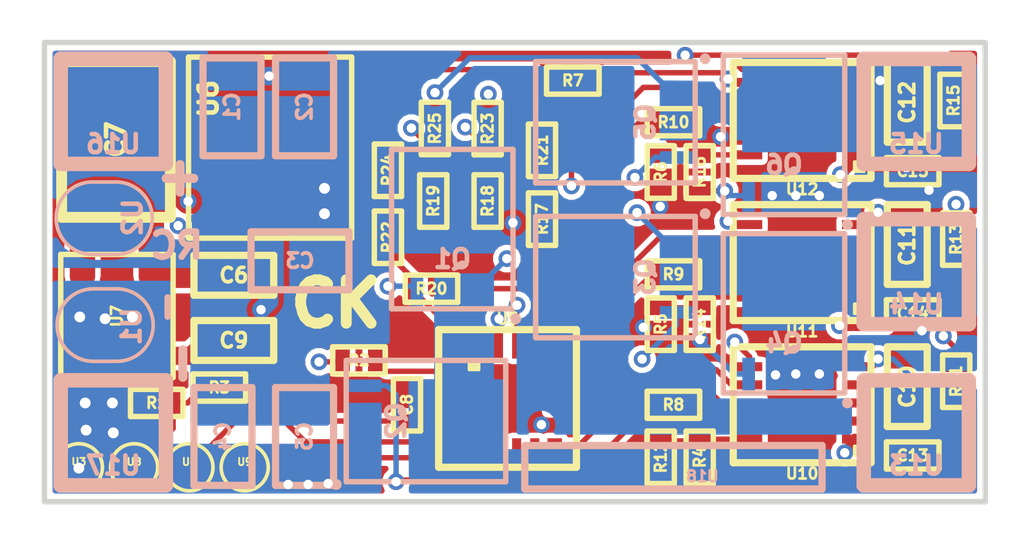
<source format=kicad_pcb>
(kicad_pcb (version 4) (host pcbnew 4.0.7)
  (layers (0 F.Cu signal) (1 GND power) (2 In2.Cu signal) (31 B.Cu signal) (34 B.Paste user) (35 F.Paste user) (36 B.SilkS user) (37 F.SilkS user) (38 B.Mask user) (39 F.Mask user) (44 Edge.Cuts user))
  (net 0 "")
  (net 1 +VBattery)
  (net 2 GND)
  (net 3 +12V)
  (net 4 +3V3)
  (net 5 "Net-(C10-Pad1)")
  (net 6 SW_C)
  (net 7 "Net-(C11-Pad1)")
  (net 8 SW_B)
  (net 9 "Net-(C12-Pad1)")
  (net 10 SW_A)
  (net 11 "Net-(Q1-Pad4)")
  (net 12 "Net-(Q2-Pad4)")
  (net 13 "Net-(Q3-Pad4)")
  (net 14 "Net-(Q4-Pad4)")
  (net 15 "Net-(Q5-Pad4)")
  (net 16 "Net-(Q6-Pad4)")
  (net 17 "Net-(R1-Pad2)")
  (net 18 "Net-(R2-Pad1)")
  (net 19 RC_IN)
  (net 20 C2CK)
  (net 21 DRVL_C)
  (net 22 DRVL_B)
  (net 23 DRVL_A)
  (net 24 EN_GLOBAL)
  (net 25 Ccom)
  (net 26 Bcom)
  (net 27 Acom)
  (net 28 DRVH_C)
  (net 29 DRVH_B)
  (net 30 DRVH_A)
  (net 31 MUXC)
  (net 32 MUXB)
  (net 33 MUXA)
  (net 34 Comp_Com)
  (net 35 "Net-(U5-Pad8)")
  (net 36 "Net-(U5-Pad9)")
  (net 37 C2D)
  (net 38 "Net-(U5-Pad7)")
  (net 39 Cpwm)
  (net 40 Apwm)
  (net 41 "Net-(U5-Pad1)")
  (net 42 Bpwm)
  (net 43 "Net-(U10-Pad2)")
  (net 44 "Net-(U11-Pad2)")
  (net 45 "Net-(U12-Pad2)")
  (module Footprints:VIA (layer F.Cu) (at 137.1 100.07)
    (fp_text reference REF** hide)
    (fp_text value Via hide)
    (pad 1 thru_hole circle (at 0 0) (size 0.6 0.6) (drill 0.3) (layers *.Cu) (net 2 GND))
  )
  (module Footprints:SolderPad_1_1.2mm_SMD_Circle (layer F.Cu) (at 141.475 101.095)
    (fp_text reference U9 (at 0 -0.15) (layer F.SilkS) (effects (font (size 0.2 0.2) (thickness 0.05))))
    (fp_text value PROG_C2D_PAD)
    (pad 1 smd circle (at 0 0) (size 1.2 1.2) (layers F.Cu F.Paste F.Mask) (net 37 C2D))
  )
  (module Footprints:SolderPad_1_1.2mm_SMD_Circle (layer F.Cu) (at 138.425 101.095)
    (fp_text reference U8 (at 0 -0.15) (layer F.SilkS) (effects (font (size 0.2 0.2) (thickness 0.05))))
    (fp_text value PROG_3.3V_PAD)
    (pad 1 smd circle (at 0 0) (size 1.2 1.2) (layers F.Cu F.Paste F.Mask) (net 4 +3V3))
  )
  (module Footprints:SolderPad_1_1.2mm_SMD_Circle (layer F.Cu) (at 139.95 101.095)
    (fp_text reference U4 (at 0 -0.15) (layer F.SilkS) (effects (font (size 0.2 0.2) (thickness 0.05))))
    (fp_text value PROG_C2CK_PAD)
    (pad 1 smd circle (at 0 0) (size 1.2 1.2) (layers F.Cu F.Paste F.Mask) (net 20 C2CK))
  )
  (module Footprints:SolderPad_1_1.2mm_SMD_Circle (layer F.Cu) (at 136.9 101.095)
    (fp_text reference U3 (at 0 -0.15) (layer F.SilkS) (effects (font (size 0.2 0.2) (thickness 0.05))))
    (fp_text value PROG_GND_PAD)
    (pad 1 smd circle (at 0 0) (size 1.2 1.2) (layers F.Cu F.Paste F.Mask) (net 2 GND))
  )
  (module Footprints:SolderPad_1_1x8mm_SMD_BUSBAR (layer B.Cu) (at 153.3 101.095)
    (fp_text reference U18 (at 0.8 0.25) (layer B.SilkS) (effects (font (size 0.3 0.3) (thickness 0.075)) (justify mirror)))
    (fp_text value C_PAD)
    (pad 1 smd rect (at 0 0) (size 8 1) (layers B.Cu B.Paste B.Mask) (net 6 SW_C))
  )
  (module Footprints:TSDSON_8 (layer B.Cu) (at 152.175 95.845 270)
    (fp_text reference Q3 (at 0 -0.35 270) (layer B.SilkS) (effects (font (size 0.5 0.5) (thickness 0.125)) (justify mirror)))
    (fp_text value TPN2R703NL_BH)
    (pad 7 smd rect (at -0.325 2.35 180) (size 0.5 0.35) (layers B.Cu B.Paste B.Mask) (net 1 +VBattery))
    (pad 8 smd rect (at -0.975 2.35 180) (size 0.5 0.35) (layers B.Cu B.Paste B.Mask) (net 1 +VBattery))
    (pad 6 smd rect (at 0.325 2.35 180) (size 0.5 0.35) (layers B.Cu B.Paste B.Mask) (net 1 +VBattery))
    (pad 5 smd rect (at 0.975 2.35 180) (size 0.5 0.35) (layers B.Cu B.Paste B.Mask) (net 1 +VBattery))
    (pad 8 smd rect (at 0 1.05 180) (size 2.1 2.3) (layers B.Cu B.Paste B.Mask) (net 1 +VBattery))
    (pad 1 smd rect (at -0.975 -1.2 90) (size 0.35 0.9) (layers B.Cu B.Paste B.Mask) (net 8 SW_B))
    (pad 2 smd rect (at -0.325 -1.2 90) (size 0.35 0.9) (layers B.Cu B.Paste B.Mask) (net 8 SW_B))
    (pad 3 smd rect (at 0.325 -1.2 90) (size 0.35 0.9) (layers B.Cu B.Paste B.Mask) (net 8 SW_B))
    (pad 4 smd rect (at 0.975 -1.2 90) (size 0.35 0.9) (layers B.Cu B.Paste B.Mask) (net 13 "Net-(Q3-Pad4)"))
    (pad 1 smd rect (at -0.325 -0.95) (size 0.4 1.65) (layers B.Cu B.Paste B.Mask) (net 8 SW_B))
  )
  (module Footprints:TSDSON_8 (layer B.Cu) (at 156.35 97.32 180)
    (fp_text reference Q4 (at 0 -0.35 180) (layer B.SilkS) (effects (font (size 0.5 0.5) (thickness 0.125)) (justify mirror)))
    (fp_text value TPN2R703NL_BL)
    (pad 7 smd rect (at -0.325 2.35 90) (size 0.5 0.35) (layers B.Cu B.Paste B.Mask) (net 8 SW_B))
    (pad 8 smd rect (at -0.975 2.35 90) (size 0.5 0.35) (layers B.Cu B.Paste B.Mask) (net 8 SW_B))
    (pad 6 smd rect (at 0.325 2.35 90) (size 0.5 0.35) (layers B.Cu B.Paste B.Mask) (net 8 SW_B))
    (pad 5 smd rect (at 0.975 2.35 90) (size 0.5 0.35) (layers B.Cu B.Paste B.Mask) (net 8 SW_B))
    (pad 8 smd rect (at 0 1.05 90) (size 2.1 2.3) (layers B.Cu B.Paste B.Mask) (net 8 SW_B))
    (pad 1 smd rect (at -0.975 -1.2) (size 0.35 0.9) (layers B.Cu B.Paste B.Mask) (net 2 GND))
    (pad 2 smd rect (at -0.325 -1.2) (size 0.35 0.9) (layers B.Cu B.Paste B.Mask) (net 2 GND))
    (pad 3 smd rect (at 0.325 -1.2) (size 0.35 0.9) (layers B.Cu B.Paste B.Mask) (net 2 GND))
    (pad 4 smd rect (at 0.975 -1.2) (size 0.35 0.9) (layers B.Cu B.Paste B.Mask) (net 14 "Net-(Q4-Pad4)"))
    (pad 1 smd rect (at -0.325 -0.95 270) (size 0.4 1.65) (layers B.Cu B.Paste B.Mask) (net 2 GND))
  )
  (module Footprints:TSDSON_8 (layer B.Cu) (at 152.175 91.57 270)
    (fp_text reference Q5 (at 0 -0.35 270) (layer B.SilkS) (effects (font (size 0.5 0.5) (thickness 0.125)) (justify mirror)))
    (fp_text value TPN2R703NL_AH)
    (pad 7 smd rect (at -0.325 2.35 180) (size 0.5 0.35) (layers B.Cu B.Paste B.Mask) (net 1 +VBattery))
    (pad 8 smd rect (at -0.975 2.35 180) (size 0.5 0.35) (layers B.Cu B.Paste B.Mask) (net 1 +VBattery))
    (pad 6 smd rect (at 0.325 2.35 180) (size 0.5 0.35) (layers B.Cu B.Paste B.Mask) (net 1 +VBattery))
    (pad 5 smd rect (at 0.975 2.35 180) (size 0.5 0.35) (layers B.Cu B.Paste B.Mask) (net 1 +VBattery))
    (pad 8 smd rect (at 0 1.05 180) (size 2.1 2.3) (layers B.Cu B.Paste B.Mask) (net 1 +VBattery))
    (pad 1 smd rect (at -0.975 -1.2 90) (size 0.35 0.9) (layers B.Cu B.Paste B.Mask) (net 10 SW_A))
    (pad 2 smd rect (at -0.325 -1.2 90) (size 0.35 0.9) (layers B.Cu B.Paste B.Mask) (net 10 SW_A))
    (pad 3 smd rect (at 0.325 -1.2 90) (size 0.35 0.9) (layers B.Cu B.Paste B.Mask) (net 10 SW_A))
    (pad 4 smd rect (at 0.975 -1.2 90) (size 0.35 0.9) (layers B.Cu B.Paste B.Mask) (net 15 "Net-(Q5-Pad4)"))
    (pad 1 smd rect (at -0.325 -0.95) (size 0.4 1.65) (layers B.Cu B.Paste B.Mask) (net 10 SW_A))
  )
  (module Footprints:TSDSON_8 (layer B.Cu) (at 156.35 92.395 180)
    (fp_text reference Q6 (at 0 -0.35 180) (layer B.SilkS) (effects (font (size 0.5 0.5) (thickness 0.125)) (justify mirror)))
    (fp_text value TPN2R703NL_AL)
    (pad 7 smd rect (at -0.325 2.35 90) (size 0.5 0.35) (layers B.Cu B.Paste B.Mask) (net 10 SW_A))
    (pad 8 smd rect (at -0.975 2.35 90) (size 0.5 0.35) (layers B.Cu B.Paste B.Mask) (net 10 SW_A))
    (pad 6 smd rect (at 0.325 2.35 90) (size 0.5 0.35) (layers B.Cu B.Paste B.Mask) (net 10 SW_A))
    (pad 5 smd rect (at 0.975 2.35 90) (size 0.5 0.35) (layers B.Cu B.Paste B.Mask) (net 10 SW_A))
    (pad 8 smd rect (at 0 1.05 90) (size 2.1 2.3) (layers B.Cu B.Paste B.Mask) (net 10 SW_A))
    (pad 1 smd rect (at -0.975 -1.2) (size 0.35 0.9) (layers B.Cu B.Paste B.Mask) (net 2 GND))
    (pad 2 smd rect (at -0.325 -1.2) (size 0.35 0.9) (layers B.Cu B.Paste B.Mask) (net 2 GND))
    (pad 3 smd rect (at 0.325 -1.2) (size 0.35 0.9) (layers B.Cu B.Paste B.Mask) (net 2 GND))
    (pad 4 smd rect (at 0.975 -1.2) (size 0.35 0.9) (layers B.Cu B.Paste B.Mask) (net 16 "Net-(Q6-Pad4)"))
    (pad 1 smd rect (at -0.325 -0.95 270) (size 0.4 1.65) (layers B.Cu B.Paste B.Mask) (net 2 GND))
  )
  (module Footprints:TSDSON_8 (layer B.Cu) (at 146 99.82 90)
    (fp_text reference Q2 (at 0 -0.35 90) (layer B.SilkS) (effects (font (size 0.5 0.5) (thickness 0.125)) (justify mirror)))
    (fp_text value TPN2R703NL_CL)
    (pad 7 smd rect (at -0.325 2.35) (size 0.5 0.35) (layers B.Cu B.Paste B.Mask) (net 6 SW_C))
    (pad 8 smd rect (at -0.975 2.35) (size 0.5 0.35) (layers B.Cu B.Paste B.Mask) (net 6 SW_C))
    (pad 6 smd rect (at 0.325 2.35) (size 0.5 0.35) (layers B.Cu B.Paste B.Mask) (net 6 SW_C))
    (pad 5 smd rect (at 0.975 2.35) (size 0.5 0.35) (layers B.Cu B.Paste B.Mask) (net 6 SW_C))
    (pad 8 smd rect (at 0 1.05) (size 2.1 2.3) (layers B.Cu B.Paste B.Mask) (net 6 SW_C))
    (pad 1 smd rect (at -0.975 -1.2 270) (size 0.35 0.9) (layers B.Cu B.Paste B.Mask) (net 2 GND))
    (pad 2 smd rect (at -0.325 -1.2 270) (size 0.35 0.9) (layers B.Cu B.Paste B.Mask) (net 2 GND))
    (pad 3 smd rect (at 0.325 -1.2 270) (size 0.35 0.9) (layers B.Cu B.Paste B.Mask) (net 2 GND))
    (pad 4 smd rect (at 0.975 -1.2 270) (size 0.35 0.9) (layers B.Cu B.Paste B.Mask) (net 12 "Net-(Q2-Pad4)"))
    (pad 1 smd rect (at -0.325 -0.95 180) (size 0.4 1.65) (layers B.Cu B.Paste B.Mask) (net 2 GND))
  )
  (module Footprints:TSDSON_8 (layer B.Cu) (at 147.2 94.995 180)
    (fp_text reference Q1 (at 0 -0.35 180) (layer B.SilkS) (effects (font (size 0.5 0.5) (thickness 0.125)) (justify mirror)))
    (fp_text value TPN2R703NL_CH)
    (pad 7 smd rect (at -0.325 2.35 90) (size 0.5 0.35) (layers B.Cu B.Paste B.Mask) (net 1 +VBattery))
    (pad 8 smd rect (at -0.975 2.35 90) (size 0.5 0.35) (layers B.Cu B.Paste B.Mask) (net 1 +VBattery))
    (pad 6 smd rect (at 0.325 2.35 90) (size 0.5 0.35) (layers B.Cu B.Paste B.Mask) (net 1 +VBattery))
    (pad 5 smd rect (at 0.975 2.35 90) (size 0.5 0.35) (layers B.Cu B.Paste B.Mask) (net 1 +VBattery))
    (pad 8 smd rect (at 0 1.05 90) (size 2.1 2.3) (layers B.Cu B.Paste B.Mask) (net 1 +VBattery))
    (pad 1 smd rect (at -0.975 -1.2) (size 0.35 0.9) (layers B.Cu B.Paste B.Mask) (net 6 SW_C))
    (pad 2 smd rect (at -0.325 -1.2) (size 0.35 0.9) (layers B.Cu B.Paste B.Mask) (net 6 SW_C))
    (pad 3 smd rect (at 0.325 -1.2) (size 0.35 0.9) (layers B.Cu B.Paste B.Mask) (net 6 SW_C))
    (pad 4 smd rect (at 0.975 -1.2) (size 0.35 0.9) (layers B.Cu B.Paste B.Mask) (net 11 "Net-(Q1-Pad4)"))
    (pad 1 smd rect (at -0.325 -0.95 270) (size 0.4 1.65) (layers B.Cu B.Paste B.Mask) (net 6 SW_C))
  )
  (module Footprints:SolderPad_1_2.5mm_SMD_Rectangle (layer B.Cu) (at 137.85 100.145)
    (fp_text reference U17 (at 0 0.9) (layer B.SilkS) (effects (font (size 0.5 0.5) (thickness 0.125)) (justify mirror)))
    (fp_text value PWR_GND_PAD)
    (pad 1 smd rect (at 0 0) (size 2.5 2.5) (layers B.Cu B.Paste B.Mask) (net 2 GND))
  )
  (module Footprints:SolderPad_1_2.5mm_SMD_Rectangle (layer B.Cu) (at 137.85 91.27)
    (fp_text reference U16 (at 0 0.9) (layer B.SilkS) (effects (font (size 0.5 0.5) (thickness 0.125)) (justify mirror)))
    (fp_text value PWR_VBAT_PAD)
    (pad 1 smd rect (at 0 0) (size 2.5 2.5) (layers B.Cu B.Paste B.Mask) (net 1 +VBattery))
  )
  (module Footprints:SolderPad_1_2.5mm_SMD_Rectangle (layer B.Cu) (at 160 100.145)
    (fp_text reference U13 (at 0 0.9) (layer B.SilkS) (effects (font (size 0.5 0.5) (thickness 0.125)) (justify mirror)))
    (fp_text value C_PAD)
    (pad 1 smd rect (at 0 0) (size 2.5 2.5) (layers B.Cu B.Paste B.Mask) (net 6 SW_C))
  )
  (module Footprints:SolderPad_1_2.5mm_SMD_Rectangle (layer B.Cu) (at 160 95.695)
    (fp_text reference U14 (at 0 0.9) (layer B.SilkS) (effects (font (size 0.5 0.5) (thickness 0.125)) (justify mirror)))
    (fp_text value B_PAD)
    (pad 1 smd rect (at 0 0) (size 2.5 2.5) (layers B.Cu B.Paste B.Mask) (net 8 SW_B))
  )
  (module Footprints:SolderPad_1_2.5mm_SMD_Rectangle (layer B.Cu) (at 160 91.27)
    (fp_text reference U15 (at 0 0.9) (layer B.SilkS) (effects (font (size 0.5 0.5) (thickness 0.125)) (justify mirror)))
    (fp_text value A_PAD)
    (pad 1 smd rect (at 0 0) (size 2.5 2.5) (layers B.Cu B.Paste B.Mask) (net 10 SW_A))
  )
  (module Footprints:SMD_0603 (layer F.Cu) (at 159.75 91.02 90)
    (fp_text reference C12 (at 0 0 90) (layer F.SilkS) (effects (font (size 0.4 0.4) (thickness 0.1))))
    (fp_text value 1uF)
    (pad 1 smd rect (at -0.75 0 90) (size 0.5 0.9) (layers F.Cu F.Paste F.Mask) (net 9 "Net-(C12-Pad1)"))
    (pad 2 smd rect (at 0.75 0 90) (size 0.5 0.9) (layers F.Cu F.Paste F.Mask) (net 10 SW_A))
  )
  (module Footprints:SMD_0402 (layer F.Cu) (at 161.025 90.97 90)
    (fp_text reference R15 (at 0 0 90) (layer F.SilkS) (effects (font (size 0.3 0.3) (thickness 0.075))))
    (fp_text value 47)
    (pad 1 smd rect (at -0.45 0 90) (size 0.4 0.6) (layers F.Cu F.Paste F.Mask) (net 30 DRVH_A))
    (pad 2 smd rect (at 0.45 0 90) (size 0.4 0.6) (layers F.Cu F.Paste F.Mask) (net 15 "Net-(Q5-Pad4)"))
  )
  (module Footprints:SMD_0402 (layer F.Cu) (at 159.9 92.92 180)
    (fp_text reference C15 (at 0 0 180) (layer F.SilkS) (effects (font (size 0.3 0.3) (thickness 0.075))))
    (fp_text value 100nF)
    (pad 1 smd rect (at -0.45 0 180) (size 0.4 0.6) (layers F.Cu F.Paste F.Mask) (net 2 GND))
    (pad 2 smd rect (at 0.45 0 180) (size 0.4 0.6) (layers F.Cu F.Paste F.Mask) (net 3 +12V))
  )
  (module Footprints:SMD_0603 (layer F.Cu) (at 159.75 94.945 90)
    (fp_text reference C11 (at 0 0 90) (layer F.SilkS) (effects (font (size 0.4 0.4) (thickness 0.1))))
    (fp_text value 1uF)
    (pad 1 smd rect (at -0.75 0 90) (size 0.5 0.9) (layers F.Cu F.Paste F.Mask) (net 7 "Net-(C11-Pad1)"))
    (pad 2 smd rect (at 0.75 0 90) (size 0.5 0.9) (layers F.Cu F.Paste F.Mask) (net 8 SW_B))
  )
  (module Footprints:SMD_0402 (layer F.Cu) (at 161.1 94.795 90)
    (fp_text reference R13 (at 0 0 90) (layer F.SilkS) (effects (font (size 0.3 0.3) (thickness 0.075))))
    (fp_text value 47)
    (pad 1 smd rect (at -0.45 0 90) (size 0.4 0.6) (layers F.Cu F.Paste F.Mask) (net 29 DRVH_B))
    (pad 2 smd rect (at 0.45 0 90) (size 0.4 0.6) (layers F.Cu F.Paste F.Mask) (net 13 "Net-(Q3-Pad4)"))
  )
  (module Footprints:SMD_0402 (layer F.Cu) (at 159.9 96.845 180)
    (fp_text reference C14 (at 0 0 180) (layer F.SilkS) (effects (font (size 0.3 0.3) (thickness 0.075))))
    (fp_text value 100nF)
    (pad 1 smd rect (at -0.45 0 180) (size 0.4 0.6) (layers F.Cu F.Paste F.Mask) (net 2 GND))
    (pad 2 smd rect (at 0.45 0 180) (size 0.4 0.6) (layers F.Cu F.Paste F.Mask) (net 3 +12V))
  )
  (module Footprints:SMD_0402 (layer F.Cu) (at 159.9 100.77 180)
    (fp_text reference C13 (at 0 0 180) (layer F.SilkS) (effects (font (size 0.3 0.3) (thickness 0.075))))
    (fp_text value 100nF)
    (pad 1 smd rect (at -0.45 0 180) (size 0.4 0.6) (layers F.Cu F.Paste F.Mask) (net 2 GND))
    (pad 2 smd rect (at 0.45 0 180) (size 0.4 0.6) (layers F.Cu F.Paste F.Mask) (net 3 +12V))
  )
  (module Footprints:SMD_0402 (layer F.Cu) (at 161.1 98.72 90)
    (fp_text reference R11 (at 0 0 90) (layer F.SilkS) (effects (font (size 0.3 0.3) (thickness 0.075))))
    (fp_text value 47)
    (pad 1 smd rect (at -0.45 0 90) (size 0.4 0.6) (layers F.Cu F.Paste F.Mask) (net 28 DRVH_C))
    (pad 2 smd rect (at 0.45 0 90) (size 0.4 0.6) (layers F.Cu F.Paste F.Mask) (net 11 "Net-(Q1-Pad4)"))
  )
  (module Footprints:SMD_0603 (layer F.Cu) (at 159.75 98.87 90)
    (fp_text reference C10 (at 0 0 90) (layer F.SilkS) (effects (font (size 0.4 0.4) (thickness 0.1))))
    (fp_text value 1uF)
    (pad 1 smd rect (at -0.75 0 90) (size 0.5 0.9) (layers F.Cu F.Paste F.Mask) (net 5 "Net-(C10-Pad1)"))
    (pad 2 smd rect (at 0.75 0 90) (size 0.5 0.9) (layers F.Cu F.Paste F.Mask) (net 6 SW_C))
  )
  (module Footprints:SMD_0402 (layer F.Cu) (at 152.95 100.82 270)
    (fp_text reference R12 (at 0 0 270) (layer F.SilkS) (effects (font (size 0.3 0.3) (thickness 0.075))))
    (fp_text value 47)
    (pad 1 smd rect (at -0.45 0 270) (size 0.4 0.6) (layers F.Cu F.Paste F.Mask) (net 21 DRVL_C))
    (pad 2 smd rect (at 0.45 0 270) (size 0.4 0.6) (layers F.Cu F.Paste F.Mask) (net 12 "Net-(Q2-Pad4)"))
  )
  (module Footprints:SMD_0402 (layer F.Cu) (at 154.025 100.82 90)
    (fp_text reference R4 (at 0 0 90) (layer F.SilkS) (effects (font (size 0.3 0.3) (thickness 0.075))))
    (fp_text value 10K)
    (pad 1 smd rect (at -0.45 0 90) (size 0.4 0.6) (layers F.Cu F.Paste F.Mask) (net 2 GND))
    (pad 2 smd rect (at 0.45 0 90) (size 0.4 0.6) (layers F.Cu F.Paste F.Mask) (net 21 DRVL_C))
  )
  (module Footprints:SMD_0402 (layer F.Cu) (at 153.3 99.37)
    (fp_text reference R8 (at 0 0) (layer F.SilkS) (effects (font (size 0.3 0.3) (thickness 0.075))))
    (fp_text value 10K)
    (pad 1 smd rect (at -0.45 0) (size 0.4 0.6) (layers F.Cu F.Paste F.Mask) (net 25 Ccom))
    (pad 2 smd rect (at 0.45 0) (size 0.4 0.6) (layers F.Cu F.Paste F.Mask) (net 2 GND))
  )
  (module Footprints:SMD_0402 (layer F.Cu) (at 154.025 97.145 270)
    (fp_text reference R14 (at 0 0 270) (layer F.SilkS) (effects (font (size 0.3 0.3) (thickness 0.075))))
    (fp_text value 47)
    (pad 1 smd rect (at -0.45 0 270) (size 0.4 0.6) (layers F.Cu F.Paste F.Mask) (net 22 DRVL_B))
    (pad 2 smd rect (at 0.45 0 270) (size 0.4 0.6) (layers F.Cu F.Paste F.Mask) (net 14 "Net-(Q4-Pad4)"))
  )
  (module Footprints:SMD_0402 (layer F.Cu) (at 152.95 97.145 90)
    (fp_text reference R5 (at 0 0 90) (layer F.SilkS) (effects (font (size 0.3 0.3) (thickness 0.075))))
    (fp_text value 10K)
    (pad 1 smd rect (at -0.45 0 90) (size 0.4 0.6) (layers F.Cu F.Paste F.Mask) (net 2 GND))
    (pad 2 smd rect (at 0.45 0 90) (size 0.4 0.6) (layers F.Cu F.Paste F.Mask) (net 22 DRVL_B))
  )
  (module Footprints:SMD_0402 (layer F.Cu) (at 153.3 95.77)
    (fp_text reference R9 (at 0 0) (layer F.SilkS) (effects (font (size 0.3 0.3) (thickness 0.075))))
    (fp_text value 10K)
    (pad 1 smd rect (at -0.45 0) (size 0.4 0.6) (layers F.Cu F.Paste F.Mask) (net 26 Bcom))
    (pad 2 smd rect (at 0.45 0) (size 0.4 0.6) (layers F.Cu F.Paste F.Mask) (net 2 GND))
  )
  (module Footprints:SMD_0402 (layer F.Cu) (at 152.95 92.945 90)
    (fp_text reference R6 (at 0 0 90) (layer F.SilkS) (effects (font (size 0.3 0.3) (thickness 0.075))))
    (fp_text value 10K)
    (pad 1 smd rect (at -0.45 0 90) (size 0.4 0.6) (layers F.Cu F.Paste F.Mask) (net 2 GND))
    (pad 2 smd rect (at 0.45 0 90) (size 0.4 0.6) (layers F.Cu F.Paste F.Mask) (net 23 DRVL_A))
  )
  (module Footprints:SMD_0402 (layer F.Cu) (at 154.025 92.945 270)
    (fp_text reference R16 (at 0 0 270) (layer F.SilkS) (effects (font (size 0.3 0.3) (thickness 0.075))))
    (fp_text value 47)
    (pad 1 smd rect (at -0.45 0 270) (size 0.4 0.6) (layers F.Cu F.Paste F.Mask) (net 23 DRVL_A))
    (pad 2 smd rect (at 0.45 0 270) (size 0.4 0.6) (layers F.Cu F.Paste F.Mask) (net 16 "Net-(Q6-Pad4)"))
  )
  (module Footprints:SMD_0402 (layer F.Cu) (at 153.3 91.57)
    (fp_text reference R10 (at 0 0) (layer F.SilkS) (effects (font (size 0.3 0.3) (thickness 0.075))))
    (fp_text value 10K)
    (pad 1 smd rect (at -0.45 0) (size 0.4 0.6) (layers F.Cu F.Paste F.Mask) (net 27 Acom))
    (pad 2 smd rect (at 0.45 0) (size 0.4 0.6) (layers F.Cu F.Paste F.Mask) (net 2 GND))
  )
  (module Footprints:SMD_0402 (layer F.Cu) (at 146.625 96.165)
    (fp_text reference R20 (at 0 0) (layer F.SilkS) (effects (font (size 0.3 0.3) (thickness 0.075))))
    (fp_text value 3.3K)
    (pad 1 smd rect (at -0.45 0) (size 0.4 0.6) (layers F.Cu F.Paste F.Mask) (net 34 Comp_Com))
    (pad 2 smd rect (at 0.45 0) (size 0.4 0.6) (layers F.Cu F.Paste F.Mask) (net 31 MUXC))
  )
  (module Footprints:SMD_0402 (layer F.Cu) (at 145.425 94.745 90)
    (fp_text reference R22 (at 0 0 90) (layer F.SilkS) (effects (font (size 0.3 0.3) (thickness 0.075))))
    (fp_text value 3.3K)
    (pad 1 smd rect (at -0.45 0 90) (size 0.4 0.6) (layers F.Cu F.Paste F.Mask) (net 34 Comp_Com))
    (pad 2 smd rect (at 0.45 0 90) (size 0.4 0.6) (layers F.Cu F.Paste F.Mask) (net 32 MUXB))
  )
  (module Footprints:SMD_0402 (layer F.Cu) (at 145.425 92.895 270)
    (fp_text reference R24 (at 0 0 270) (layer F.SilkS) (effects (font (size 0.3 0.3) (thickness 0.075))))
    (fp_text value 3.3K)
    (pad 1 smd rect (at -0.45 0 270) (size 0.4 0.6) (layers F.Cu F.Paste F.Mask) (net 34 Comp_Com))
    (pad 2 smd rect (at 0.45 0 270) (size 0.4 0.6) (layers F.Cu F.Paste F.Mask) (net 33 MUXA))
  )
  (module Footprints:SMD_0603 (layer F.Cu) (at 141.175 97.595)
    (fp_text reference C9 (at 0 0) (layer F.SilkS) (effects (font (size 0.4 0.4) (thickness 0.1))))
    (fp_text value 1uF)
    (pad 1 smd rect (at -0.75 0) (size 0.5 0.9) (layers F.Cu F.Paste F.Mask) (net 4 +3V3))
    (pad 2 smd rect (at 0.75 0) (size 0.5 0.9) (layers F.Cu F.Paste F.Mask) (net 2 GND))
  )
  (module Footprints:SMD_0603 (layer F.Cu) (at 141.175 95.795)
    (fp_text reference C6 (at 0 0) (layer F.SilkS) (effects (font (size 0.4 0.4) (thickness 0.1))))
    (fp_text value 1uF)
    (pad 1 smd rect (at -0.75 0) (size 0.5 0.9) (layers F.Cu F.Paste F.Mask) (net 3 +12V))
    (pad 2 smd rect (at 0.75 0) (size 0.5 0.9) (layers F.Cu F.Paste F.Mask) (net 2 GND))
  )
  (module Footprints:SMD_1210 (layer F.Cu) (at 137.925 92.045 270)
    (fp_text reference C7 (at 0 0 270) (layer F.SilkS) (effects (font (size 0.5 0.5) (thickness 0.125))))
    (fp_text value 33uF)
    (pad 1 smd rect (at -1.4 0 270) (size 1.2 2.7) (layers F.Cu F.Paste F.Mask) (net 2 GND))
    (pad 2 smd rect (at 1.4 0 270) (size 1.2 2.7) (layers F.Cu F.Paste F.Mask) (net 3 +12V))
  )
  (module Footprints:SMD_0402 (layer F.Cu) (at 139.05 99.32 180)
    (fp_text reference R1 (at 0 0 180) (layer F.SilkS) (effects (font (size 0.3 0.3) (thickness 0.075))))
    (fp_text value 10K)
    (pad 1 smd rect (at -0.45 0 180) (size 0.4 0.6) (layers F.Cu F.Paste F.Mask) (net 4 +3V3))
    (pad 2 smd rect (at 0.45 0 180) (size 0.4 0.6) (layers F.Cu F.Paste F.Mask) (net 17 "Net-(R1-Pad2)"))
  )
  (module Footprints:SMD_0805 (layer B.Cu) (at 140.875 100.245 270)
    (fp_text reference C4 (at 0 0 270) (layer B.SilkS) (effects (font (size 0.4 0.4) (thickness 0.1)) (justify mirror)))
    (fp_text value 22uF)
    (pad 1 smd rect (at -0.85 0 270) (size 0.8 1.4) (layers B.Cu B.Paste B.Mask) (net 1 +VBattery))
    (pad 2 smd rect (at 0.85 0 270) (size 0.8 1.4) (layers B.Cu B.Paste B.Mask) (net 2 GND))
  )
  (module Footprints:SMD_0402 (layer F.Cu) (at 146.675 93.745 90)
    (fp_text reference R19 (at 0 0 90) (layer F.SilkS) (effects (font (size 0.3 0.3) (thickness 0.075))))
    (fp_text value 1K)
    (pad 1 smd rect (at -0.45 0 90) (size 0.4 0.6) (layers F.Cu F.Paste F.Mask) (net 2 GND))
    (pad 2 smd rect (at 0.45 0 90) (size 0.4 0.6) (layers F.Cu F.Paste F.Mask) (net 33 MUXA))
  )
  (module Footprints:SMD_0402 (layer F.Cu) (at 145.95 99.37 270)
    (fp_text reference C8 (at 0 0 270) (layer F.SilkS) (effects (font (size 0.3 0.3) (thickness 0.075))))
    (fp_text value 100nF)
    (pad 1 smd rect (at -0.45 0 270) (size 0.4 0.6) (layers F.Cu F.Paste F.Mask) (net 2 GND))
    (pad 2 smd rect (at 0.45 0 270) (size 0.4 0.6) (layers F.Cu F.Paste F.Mask) (net 4 +3V3))
  )
  (module Footprints:SMD_0402 (layer F.Cu) (at 149.675 92.345 90)
    (fp_text reference R21 (at 0 0 90) (layer F.SilkS) (effects (font (size 0.3 0.3) (thickness 0.075))))
    (fp_text value 10K)
    (pad 1 smd rect (at -0.45 0 90) (size 0.4 0.6) (layers F.Cu F.Paste F.Mask) (net 31 MUXC))
    (pad 2 smd rect (at 0.45 0 90) (size 0.4 0.6) (layers F.Cu F.Paste F.Mask) (net 6 SW_C))
  )
  (module Footprints:SMD_0402 (layer F.Cu) (at 140.775 98.895 180)
    (fp_text reference R3 (at 0 0 180) (layer F.SilkS) (effects (font (size 0.3 0.3) (thickness 0.075))))
    (fp_text value 10K)
    (pad 1 smd rect (at -0.45 0 180) (size 0.4 0.6) (layers F.Cu F.Paste F.Mask) (net 20 C2CK))
    (pad 2 smd rect (at 0.45 0 180) (size 0.4 0.6) (layers F.Cu F.Paste F.Mask) (net 4 +3V3))
  )
  (module Footprints:SMD_0805 (layer B.Cu) (at 143.125 91.145 90)
    (fp_text reference C2 (at 0 0 90) (layer B.SilkS) (effects (font (size 0.4 0.4) (thickness 0.1)) (justify mirror)))
    (fp_text value 22uF)
    (pad 1 smd rect (at -0.85 0 90) (size 0.8 1.4) (layers B.Cu B.Paste B.Mask) (net 1 +VBattery))
    (pad 2 smd rect (at 0.85 0 90) (size 0.8 1.4) (layers B.Cu B.Paste B.Mask) (net 2 GND))
  )
  (module Footprints:SMD_0402 (layer F.Cu) (at 148.175 91.745 90)
    (fp_text reference R23 (at 0 0 90) (layer F.SilkS) (effects (font (size 0.3 0.3) (thickness 0.075))))
    (fp_text value 10K)
    (pad 1 smd rect (at -0.45 0 90) (size 0.4 0.6) (layers F.Cu F.Paste F.Mask) (net 32 MUXB))
    (pad 2 smd rect (at 0.45 0 90) (size 0.4 0.6) (layers F.Cu F.Paste F.Mask) (net 8 SW_B))
  )
  (module Footprints:SMD_0402 (layer F.Cu) (at 149.675 94.245 90)
    (fp_text reference R17 (at 0 0 90) (layer F.SilkS) (effects (font (size 0.3 0.3) (thickness 0.075))))
    (fp_text value 1K)
    (pad 1 smd rect (at -0.45 0 90) (size 0.4 0.6) (layers F.Cu F.Paste F.Mask) (net 2 GND))
    (pad 2 smd rect (at 0.45 0 90) (size 0.4 0.6) (layers F.Cu F.Paste F.Mask) (net 31 MUXC))
  )
  (module Footprints:SMD_0402 (layer F.Cu) (at 150.525 90.42 180)
    (fp_text reference R7 (at 0 0 180) (layer F.SilkS) (effects (font (size 0.3 0.3) (thickness 0.075))))
    (fp_text value 10K)
    (pad 1 smd rect (at -0.45 0 180) (size 0.4 0.6) (layers F.Cu F.Paste F.Mask) (net 24 EN_GLOBAL))
    (pad 2 smd rect (at 0.45 0 180) (size 0.4 0.6) (layers F.Cu F.Paste F.Mask) (net 4 +3V3))
  )
  (module Footprints:SMD_0805 (layer B.Cu) (at 141.125 91.145 90)
    (fp_text reference C1 (at 0 0 90) (layer B.SilkS) (effects (font (size 0.4 0.4) (thickness 0.1)) (justify mirror)))
    (fp_text value 22uF)
    (pad 1 smd rect (at -0.85 0 90) (size 0.8 1.4) (layers B.Cu B.Paste B.Mask) (net 1 +VBattery))
    (pad 2 smd rect (at 0.85 0 90) (size 0.8 1.4) (layers B.Cu B.Paste B.Mask) (net 2 GND))
  )
  (module Footprints:SMD_0805 (layer B.Cu) (at 143 95.395 180)
    (fp_text reference C3 (at 0 0 180) (layer B.SilkS) (effects (font (size 0.4 0.4) (thickness 0.1)) (justify mirror)))
    (fp_text value 22uF)
    (pad 1 smd rect (at -0.85 0 180) (size 0.8 1.4) (layers B.Cu B.Paste B.Mask) (net 1 +VBattery))
    (pad 2 smd rect (at 0.85 0 180) (size 0.8 1.4) (layers B.Cu B.Paste B.Mask) (net 2 GND))
  )
  (module Footprints:SMD_0402 (layer F.Cu) (at 144.625 98.145 180)
    (fp_text reference R2 (at 0 0 180) (layer F.SilkS) (effects (font (size 0.3 0.3) (thickness 0.075))))
    (fp_text value 470)
    (pad 1 smd rect (at -0.45 0 180) (size 0.4 0.6) (layers F.Cu F.Paste F.Mask) (net 18 "Net-(R2-Pad1)"))
    (pad 2 smd rect (at 0.45 0 180) (size 0.4 0.6) (layers F.Cu F.Paste F.Mask) (net 19 RC_IN))
  )
  (module Footprints:SMD_0402 (layer F.Cu) (at 148.175 93.745 90)
    (fp_text reference R18 (at 0 0 90) (layer F.SilkS) (effects (font (size 0.3 0.3) (thickness 0.075))))
    (fp_text value 1K)
    (pad 1 smd rect (at -0.45 0 90) (size 0.4 0.6) (layers F.Cu F.Paste F.Mask) (net 2 GND))
    (pad 2 smd rect (at 0.45 0 90) (size 0.4 0.6) (layers F.Cu F.Paste F.Mask) (net 32 MUXB))
  )
  (module Footprints:SMD_0805 (layer B.Cu) (at 143.125 100.245 270)
    (fp_text reference C5 (at 0 0 270) (layer B.SilkS) (effects (font (size 0.4 0.4) (thickness 0.1)) (justify mirror)))
    (fp_text value 22uF)
    (pad 1 smd rect (at -0.85 0 270) (size 0.8 1.4) (layers B.Cu B.Paste B.Mask) (net 1 +VBattery))
    (pad 2 smd rect (at 0.85 0 270) (size 0.8 1.4) (layers B.Cu B.Paste B.Mask) (net 2 GND))
  )
  (module Footprints:SolderPad_1_2x2.5mm_SMD_Oval (layer B.Cu) (at 137.65 97.17 90)
    (fp_text reference U1 (at -0.04 0.7 90) (layer B.SilkS) (effects (font (size 0.5 0.5) (thickness 0.125)) (justify mirror)))
    (fp_text value RC_GND_PAD)
    (pad 1 smd oval (at 0 -0.025 90) (size 2 2.55) (layers B.Cu B.Paste B.Mask) (net 2 GND))
  )
  (module Footprints:SolderPad_1_2x2.5mm_SMD_Oval (layer B.Cu) (at 137.625 94.22 90)
    (fp_text reference U2 (at 0.02 0.755 90) (layer B.SilkS) (effects (font (size 0.5 0.5) (thickness 0.125)) (justify mirror)))
    (fp_text value RC_IN_PAD)
    (pad 1 smd oval (at 0 -0.025 90) (size 2 2.55) (layers B.Cu B.Paste B.Mask) (net 19 RC_IN))
  )
  (module Footprints:SOT89-3 (layer F.Cu) (at 142.175 92.27 90)
    (fp_text reference U6 (at 1.35 -1.7 90) (layer F.SilkS) (effects (font (size 0.5 0.5) (thickness 0.125))))
    (fp_text value L78L12)
    (pad 1 smd rect (at -1.48 -1.5) (size 0.8 1.5) (layers F.Cu F.Paste F.Mask) (net 3 +12V))
    (pad 2 smd rect (at -1.3335 0) (size 0.8 1.8) (layers F.Cu F.Paste F.Mask) (net 2 GND))
    (pad 3 smd rect (at -1.48 1.5) (size 0.8 1.5) (layers F.Cu F.Paste F.Mask) (net 1 +VBattery))
    (pad 2 smd rect (at 1.325 0) (size 2.2 1.8) (layers F.Cu F.Paste F.Mask) (net 2 GND))
    (pad 2 smd trapezoid (at -0.0762 0 180) (size 1.5 1) (rect_delta 0 0.7) (layers F.Cu F.Paste F.Mask) (net 2 GND))
  )
  (module Footprints:QFN10_1EXP_3x3mm_Pitch0.5mm (layer F.Cu) (at 156.85 91.47 180)
    (fp_text reference U12 (at 0 -1.95 180) (layer F.SilkS) (effects (font (size 0.3 0.3) (thickness 0.075))))
    (fp_text value MP1907)
    (pad 5 smd rect (at -1.45 1 180) (size 0.7 0.25) (layers F.Cu F.Paste F.Mask) (net 10 SW_A))
    (pad 4 smd rect (at -1.45 0.5 180) (size 0.7 0.25) (layers F.Cu F.Paste F.Mask) (net 30 DRVH_A))
    (pad 3 smd rect (at -1.45 0 180) (size 0.7 0.25) (layers F.Cu F.Paste F.Mask) (net 9 "Net-(C12-Pad1)"))
    (pad 2 smd rect (at -1.45 -0.5 180) (size 0.7 0.25) (layers F.Cu F.Paste F.Mask) (net 45 "Net-(U12-Pad2)"))
    (pad 9 smd rect (at 1.45 -0.5 180) (size 0.7 0.25) (layers F.Cu F.Paste F.Mask) (net 2 GND))
    (pad 6 smd rect (at 1.45 1 180) (size 0.7 0.25) (layers F.Cu F.Paste F.Mask) (net 24 EN_GLOBAL))
    (pad 7 smd rect (at 1.45 0.5 180) (size 0.7 0.25) (layers F.Cu F.Paste F.Mask) (net 40 Apwm))
    (pad 8 smd rect (at 1.45 0 180) (size 0.7 0.25) (layers F.Cu F.Paste F.Mask) (net 27 Acom))
    (pad 11 smd rect (at 0 0 270) (size 2.5 1.5) (layers F.Cu F.Paste F.Mask) (net 2 GND))
    (pad 1 smd rect (at -1.45 -1 180) (size 0.7 0.25) (layers F.Cu F.Paste F.Mask) (net 3 +12V))
    (pad 10 smd rect (at 1.45 -1 180) (size 0.7 0.25) (layers F.Cu F.Paste F.Mask) (net 23 DRVL_A))
  )
  (module Footprints:QFN10_1EXP_3x3mm_Pitch0.5mm (layer F.Cu) (at 156.85 95.395 180)
    (fp_text reference U11 (at 0 -1.95 180) (layer F.SilkS) (effects (font (size 0.3 0.3) (thickness 0.075))))
    (fp_text value MP1907)
    (pad 5 smd rect (at -1.45 1 180) (size 0.7 0.25) (layers F.Cu F.Paste F.Mask) (net 8 SW_B))
    (pad 4 smd rect (at -1.45 0.5 180) (size 0.7 0.25) (layers F.Cu F.Paste F.Mask) (net 29 DRVH_B))
    (pad 3 smd rect (at -1.45 0 180) (size 0.7 0.25) (layers F.Cu F.Paste F.Mask) (net 7 "Net-(C11-Pad1)"))
    (pad 2 smd rect (at -1.45 -0.5 180) (size 0.7 0.25) (layers F.Cu F.Paste F.Mask) (net 44 "Net-(U11-Pad2)"))
    (pad 9 smd rect (at 1.45 -0.5 180) (size 0.7 0.25) (layers F.Cu F.Paste F.Mask) (net 2 GND))
    (pad 6 smd rect (at 1.45 1 180) (size 0.7 0.25) (layers F.Cu F.Paste F.Mask) (net 24 EN_GLOBAL))
    (pad 7 smd rect (at 1.45 0.5 180) (size 0.7 0.25) (layers F.Cu F.Paste F.Mask) (net 42 Bpwm))
    (pad 8 smd rect (at 1.45 0 180) (size 0.7 0.25) (layers F.Cu F.Paste F.Mask) (net 26 Bcom))
    (pad 11 smd rect (at 0 0 270) (size 2.5 1.5) (layers F.Cu F.Paste F.Mask) (net 2 GND))
    (pad 1 smd rect (at -1.45 -1 180) (size 0.7 0.25) (layers F.Cu F.Paste F.Mask) (net 3 +12V))
    (pad 10 smd rect (at 1.45 -1 180) (size 0.7 0.25) (layers F.Cu F.Paste F.Mask) (net 22 DRVL_B))
  )
  (module Footprints:QFN10_1EXP_3x3mm_Pitch0.5mm (layer F.Cu) (at 156.85 99.32 180)
    (fp_text reference U10 (at 0 -1.95 180) (layer F.SilkS) (effects (font (size 0.3 0.3) (thickness 0.075))))
    (fp_text value MP1907)
    (pad 5 smd rect (at -1.45 1 180) (size 0.7 0.25) (layers F.Cu F.Paste F.Mask) (net 6 SW_C))
    (pad 4 smd rect (at -1.45 0.5 180) (size 0.7 0.25) (layers F.Cu F.Paste F.Mask) (net 28 DRVH_C))
    (pad 3 smd rect (at -1.45 0 180) (size 0.7 0.25) (layers F.Cu F.Paste F.Mask) (net 5 "Net-(C10-Pad1)"))
    (pad 2 smd rect (at -1.45 -0.5 180) (size 0.7 0.25) (layers F.Cu F.Paste F.Mask) (net 43 "Net-(U10-Pad2)"))
    (pad 9 smd rect (at 1.45 -0.5 180) (size 0.7 0.25) (layers F.Cu F.Paste F.Mask) (net 2 GND))
    (pad 6 smd rect (at 1.45 1 180) (size 0.7 0.25) (layers F.Cu F.Paste F.Mask) (net 24 EN_GLOBAL))
    (pad 7 smd rect (at 1.45 0.5 180) (size 0.7 0.25) (layers F.Cu F.Paste F.Mask) (net 39 Cpwm))
    (pad 8 smd rect (at 1.45 0 180) (size 0.7 0.25) (layers F.Cu F.Paste F.Mask) (net 25 Ccom))
    (pad 11 smd rect (at 0 0 270) (size 2.5 1.5) (layers F.Cu F.Paste F.Mask) (net 2 GND))
    (pad 1 smd rect (at -1.45 -1 180) (size 0.7 0.25) (layers F.Cu F.Paste F.Mask) (net 3 +12V))
    (pad 10 smd rect (at 1.45 -1 180) (size 0.7 0.25) (layers F.Cu F.Paste F.Mask) (net 21 DRVL_C))
  )
  (module Footprints:SOT23_5 (layer F.Cu) (at 137.95 96.92 270)
    (fp_text reference U7 (at 0 0 270) (layer F.SilkS) (effects (font (size 0.3 0.3) (thickness 0.075))))
    (fp_text value MCP1755T)
    (pad 1 smd rect (at -1.1 -0.95 270) (size 1.06 0.65) (layers F.Cu F.Paste F.Mask) (net 3 +12V))
    (pad 2 smd rect (at -1.1 0 270) (size 1.06 0.65) (layers F.Cu F.Paste F.Mask) (net 2 GND))
    (pad 3 smd rect (at -1.1 0.95 270) (size 1.06 0.65) (layers F.Cu F.Paste F.Mask) (net 3 +12V))
    (pad 4 smd rect (at 1.1 0.95 270) (size 1.06 0.65) (layers F.Cu F.Paste F.Mask) (net 17 "Net-(R1-Pad2)"))
    (pad 5 smd rect (at 1.1 -0.95 270) (size 1.06 0.65) (layers F.Cu F.Paste F.Mask) (net 4 +3V3))
  )
  (module Footprints:VIA (layer F.Cu) (at 137.075 99.32)
    (fp_text reference REF** hide)
    (fp_text value Via hide)
    (pad 1 thru_hole circle (at 0 0) (size 0.6 0.6) (drill 0.3) (layers *.Cu) (net 2 GND))
  )
  (module Footprints:VIA (layer F.Cu) (at 137.825 99.32)
    (fp_text reference REF** hide)
    (fp_text value Via hide)
    (pad 1 thru_hole circle (at 0 0) (size 0.6 0.6) (drill 0.3) (layers *.Cu) (net 2 GND))
  )
  (module Footprints:VIA (layer F.Cu) (at 136.9 101.12)
    (fp_text reference REF** hide)
    (fp_text value Via hide)
    (pad 1 thru_hole circle (at 0 0) (size 0.6 0.6) (drill 0.3) (layers *.Cu) (net 2 GND))
  )
  (module Footprints:VIA (layer F.Cu) (at 137.625 96.995)
    (fp_text reference REF** hide)
    (fp_text value Via hide)
    (pad 1 thru_hole circle (at 0 0) (size 0.6 0.6) (drill 0.3) (layers *.Cu) (net 2 GND))
  )
  (module Footprints:VIA (layer F.Cu) (at 136.925 96.945)
    (fp_text reference REF** hide)
    (fp_text value Via hide)
    (pad 1 thru_hole circle (at 0 0) (size 0.6 0.6) (drill 0.3) (layers *.Cu) (net 2 GND))
  )
  (module Footprints:VIA (layer F.Cu) (at 138.375 96.945)
    (fp_text reference REF** hide)
    (fp_text value Via hide)
    (pad 1 thru_hole circle (at 0 0) (size 0.6 0.6) (drill 0.3) (layers *.Cu) (net 2 GND))
  )
  (module Footprints:VIA (layer F.Cu) (at 137.85 100.145)
    (fp_text reference REF** hide)
    (fp_text value Via hide)
    (pad 1 thru_hole circle (at 0 0) (size 0.6 0.6) (drill 0.3) (layers *.Cu) (net 2 GND))
  )
  (module Footprints:VIA (layer F.Cu) (at 143.675 93.395)
    (fp_text reference REF** hide)
    (fp_text value Via hide)
    (pad 1 thru_hole circle (at 0 0) (size 0.6 0.6) (drill 0.3) (layers *.Cu) (net 1 +VBattery))
  )
  (module Footprints:VIA (layer F.Cu) (at 143.675 94.095)
    (fp_text reference REF** hide)
    (fp_text value Via hide)
    (pad 1 thru_hole circle (at 0 0) (size 0.6 0.6) (drill 0.3) (layers *.Cu) (net 1 +VBattery))
  )
  (module Footprints:QFN20_1EXP_3x3mm_Pitch0.5mm (layer F.Cu) (at 148.725 99.195)
    (fp_text reference U5 (at 0 -2.2) (layer F.SilkS) (effects (font (size 0.3 0.3) (thickness 0.075))))
    (fp_text value EFM8BB21)
    (pad 8 smd rect (at -0.25 1.45 90) (size 0.7 0.25) (layers F.Cu F.Paste F.Mask) (net 35 "Net-(U5-Pad8)"))
    (pad 9 smd rect (at 0.25 1.45 90) (size 0.7 0.25) (layers F.Cu F.Paste F.Mask) (net 36 "Net-(U5-Pad9)"))
    (pad 10 smd rect (at 0.75 1.45 90) (size 0.7 0.25) (layers F.Cu F.Paste F.Mask) (net 25 Ccom))
    (pad 6 smd rect (at -1.3 1.3 90) (size 0.4 0.4) (layers F.Cu F.Paste F.Mask) (net 37 C2D))
    (pad 7 smd rect (at -0.75 1.45 90) (size 0.7 0.25) (layers F.Cu F.Paste F.Mask) (net 38 "Net-(U5-Pad7)"))
    (pad 11 smd rect (at 1.3 1.3 90) (size 0.4 0.4) (layers F.Cu F.Paste F.Mask) (net 39 Cpwm))
    (pad 18 smd rect (at 0.25 -1.45 90) (size 0.7 0.25) (layers F.Cu F.Paste F.Mask) (net 32 MUXB))
    (pad 19 smd rect (at -0.25 -1.45 90) (size 0.7 0.25) (layers F.Cu F.Paste F.Mask) (net 33 MUXA))
    (pad 17 smd rect (at 0.75 -1.45 90) (size 0.7 0.25) (layers F.Cu F.Paste F.Mask) (net 31 MUXC))
    (pad 20 smd rect (at -0.75 -1.45 90) (size 0.7 0.25) (layers F.Cu F.Paste F.Mask) (net 34 Comp_Com))
    (pad 16 smd rect (at 1.3 -1.3 90) (size 0.4 0.4) (layers F.Cu F.Paste F.Mask) (net 40 Apwm))
    (pad 1 smd rect (at -1.3 -1.3 90) (size 0.4 0.4) (layers F.Cu F.Paste F.Mask) (net 41 "Net-(U5-Pad1)"))
    (pad 5 smd rect (at -1.45 0.75) (size 0.7 0.25) (layers F.Cu F.Paste F.Mask) (net 20 C2CK))
    (pad 4 smd rect (at -1.45 0.25) (size 0.7 0.25) (layers F.Cu F.Paste F.Mask) (net 4 +3V3))
    (pad 3 smd rect (at -1.45 -0.25) (size 0.7 0.25) (layers F.Cu F.Paste F.Mask) (net 2 GND))
    (pad 2 smd rect (at -1.45 -0.75) (size 0.7 0.25) (layers F.Cu F.Paste F.Mask) (net 18 "Net-(R2-Pad1)"))
    (pad 15 smd rect (at 1.45 -0.75) (size 0.7 0.25) (layers F.Cu F.Paste F.Mask) (net 27 Acom))
    (pad 12 smd rect (at 1.45 0.75) (size 0.7 0.25) (layers F.Cu F.Paste F.Mask) (net 2 GND))
    (pad 13 smd rect (at 1.45 0.25) (size 0.7 0.25) (layers F.Cu F.Paste F.Mask) (net 26 Bcom))
    (pad 14 smd rect (at 1.45 -0.25) (size 0.7 0.25) (layers F.Cu F.Paste F.Mask) (net 42 Bpwm))
    (pad 21 smd rect (at 0 0 90) (size 1.5 1.5) (layers F.Cu F.Paste F.Mask) (net 2 GND))
  )
  (module Footprints:SMD_0402 (layer F.Cu) (at 146.72 91.74 90)
    (fp_text reference R25 (at 0 0 90) (layer F.SilkS) (effects (font (size 0.3 0.3) (thickness 0.075))))
    (fp_text value 10K)
    (pad 1 smd rect (at -0.45 0 90) (size 0.4 0.6) (layers F.Cu F.Paste F.Mask) (net 33 MUXA))
    (pad 2 smd rect (at 0.45 0 90) (size 0.4 0.6) (layers F.Cu F.Paste F.Mask) (net 10 SW_A))
  )
  (gr_text - (at 139.3 96.67 90) (layer B.SilkS) (effects (font (size 0.7 0.7) (thickness 0.175)) (justify mirror)))
  (gr_text RC (at 139.6 94.97) (layer B.SilkS) (effects (font (size 0.7 0.7) (thickness 0.175)) (justify mirror)))
  (gr_text - (at 139.7 98.23 90) (layer B.SilkS) (effects (font (size 1 1) (thickness 0.25)) (justify mirror)))
  (gr_text + (at 139.69 93.05) (layer B.SilkS) (effects (font (size 1 1) (thickness 0.25)) (justify mirror)))
  (gr_text CK (at 143.99 96.58) (layer F.SilkS) (effects (font (size 1.2 1.2) (thickness 0.3))))
  (gr_line (start 161.9 102.045) (end 161.9 89.37) (layer Edge.Cuts) (width 0.15))
  (gr_line (start 135.95 102.045) (end 161.9 102.045) (layer Edge.Cuts) (width 0.15))
  (gr_line (start 135.95 89.37) (end 135.95 102.045) (layer Edge.Cuts) (width 0.15))
  (gr_line (start 161.9 89.37) (end 135.95 89.37) (layer Edge.Cuts) (width 0.15))
  (segment (start 143.675 93.75) (end 143.675 94.095) (width 0.7) (layer F.Cu) (net 1))
  (segment (start 143.675 93.75) (end 143.675 93.395) (width 0.7) (layer F.Cu) (net 1))
  (segment (start 154.32 91.97) (end 154.15 91.97) (width 0.15) (layer F.Cu) (net 2))
  (segment (start 155.4 91.97) (end 154.6 91.97) (width 0.15) (layer F.Cu) (net 2))
  (segment (start 154.32 91.97) (end 154.6 91.97) (width 0.15) (layer F.Cu) (net 2))
  (via (at 154.6 91.97) (size 0.46) (drill 0.26) (layers F.Cu B.Cu) (net 2))
  (segment (start 160.35 101.22) (end 160.011393 101.558607) (width 0.15) (layer F.Cu) (net 2))
  (segment (start 160.35 100.77) (end 160.35 101.22) (width 0.15) (layer F.Cu) (net 2))
  (segment (start 160.011393 101.558607) (end 158.170244 101.558607) (width 0.15) (layer F.Cu) (net 2))
  (segment (start 158.170244 101.558607) (end 156.85 100.238363) (width 0.15) (layer F.Cu) (net 2))
  (segment (start 137.85 100.145) (end 137.85 100.17) (width 0.15) (layer F.Cu) (net 2))
  (segment (start 137.85 100.17) (end 136.9 101.12) (width 0.15) (layer F.Cu) (net 2))
  (segment (start 137.95 95.82) (end 137.95 96.67) (width 0.5) (layer F.Cu) (net 2))
  (segment (start 137.95 96.67) (end 137.625 96.995) (width 0.5) (layer F.Cu) (net 2))
  (segment (start 143.125 101.095) (end 143.325 101.095) (width 0.15) (layer B.Cu) (net 2))
  (segment (start 143.325 101.095) (end 143.775 101.545) (width 0.15) (layer B.Cu) (net 2))
  (via (at 143.775 101.545) (size 0.46) (drill 0.26) (layers F.Cu B.Cu) (net 2))
  (segment (start 143.125 101.095) (end 143.125 101.47) (width 0.15) (layer B.Cu) (net 2))
  (segment (start 143.125 101.47) (end 143.225 101.57) (width 0.15) (layer B.Cu) (net 2))
  (via (at 143.225 101.57) (size 0.46) (drill 0.26) (layers F.Cu B.Cu) (net 2))
  (segment (start 143.125 101.095) (end 143.125 101.12) (width 0.15) (layer B.Cu) (net 2))
  (segment (start 143.125 101.12) (end 142.675 101.57) (width 0.15) (layer B.Cu) (net 2))
  (via (at 142.675 101.57) (size 0.46) (drill 0.26) (layers F.Cu B.Cu) (net 2))
  (segment (start 142.175 92.3462) (end 142.175 90.945) (width 0.7) (layer F.Cu) (net 2))
  (segment (start 142.15 90.295) (end 142.15 90.92) (width 0.7) (layer F.Cu) (net 2))
  (segment (start 142.15 90.92) (end 142.175 90.945) (width 0.7) (layer F.Cu) (net 2))
  (segment (start 137.925 90.645) (end 141.875 90.645) (width 0.7) (layer F.Cu) (net 2))
  (segment (start 141.875 90.645) (end 142.175 90.945) (width 0.7) (layer F.Cu) (net 2))
  (segment (start 142.175 94.92) (end 142.175 93.6035) (width 0.7) (layer F.Cu) (net 2))
  (segment (start 141.925 95.795) (end 141.925 95.17) (width 0.7) (layer F.Cu) (net 2))
  (segment (start 141.925 95.17) (end 142.175 94.92) (width 0.7) (layer F.Cu) (net 2))
  (segment (start 160.152754 96.999743) (end 160.152754 97.325012) (width 0.15) (layer F.Cu) (net 2))
  (segment (start 160.307497 96.845) (end 160.152754 96.999743) (width 0.15) (layer F.Cu) (net 2))
  (segment (start 160.35 96.845) (end 160.307497 96.845) (width 0.15) (layer F.Cu) (net 2))
  (via (at 160.152754 97.325012) (size 0.46) (drill 0.26) (layers F.Cu B.Cu) (net 2))
  (segment (start 156.85 100.238363) (end 156.85 99.82) (width 0.15) (layer F.Cu) (net 2))
  (segment (start 142.15 90.295) (end 143.125 90.295) (width 0.5) (layer B.Cu) (net 2))
  (segment (start 141.125 90.295) (end 142.15 90.295) (width 0.5) (layer B.Cu) (net 2))
  (via (at 142.15 90.295) (size 0.46) (drill 0.26) (layers F.Cu B.Cu) (net 2))
  (segment (start 145.95 98.92) (end 145.8 98.92) (width 0.15) (layer F.Cu) (net 2))
  (segment (start 160.35 92.92) (end 160.35 93.445) (width 0.15) (layer F.Cu) (net 2))
  (via (at 160.35 93.445) (size 0.46) (drill 0.26) (layers F.Cu B.Cu) (net 2))
  (segment (start 160.35 92.92) (end 160.35 93.02) (width 0.15) (layer F.Cu) (net 2))
  (segment (start 156.675 93.595) (end 156.675 91.645) (width 0.2) (layer F.Cu) (net 2))
  (segment (start 156.675 91.645) (end 156.85 91.47) (width 0.2) (layer F.Cu) (net 2))
  (segment (start 156.675 93.595) (end 156.675 95.22) (width 0.2) (layer F.Cu) (net 2))
  (segment (start 156.675 95.22) (end 156.85 95.395) (width 0.2) (layer F.Cu) (net 2))
  (via (at 157.325 93.595) (size 0.46) (drill 0.26) (layers F.Cu B.Cu) (net 2))
  (via (at 156.675 93.595) (size 0.46) (drill 0.26) (layers F.Cu B.Cu) (net 2))
  (via (at 156.025 93.595) (size 0.46) (drill 0.26) (layers F.Cu B.Cu) (net 2))
  (via (at 156.675 98.52) (size 0.46) (drill 0.26) (layers F.Cu B.Cu) (net 2))
  (via (at 157.325 98.52) (size 0.46) (drill 0.26) (layers F.Cu B.Cu) (net 2))
  (segment (start 156.025 98.52) (end 156.091628 98.52) (width 0.15) (layer B.Cu) (net 2))
  (segment (start 156.091628 98.52) (end 156.116613 98.544985) (width 0.15) (layer B.Cu) (net 2))
  (via (at 156.116613 98.544985) (size 0.46) (drill 0.26) (layers F.Cu B.Cu) (net 2))
  (segment (start 152.85 97.595) (end 152.489985 97.234985) (width 0.15) (layer F.Cu) (net 2))
  (via (at 152.469646 97.234985) (size 0.46) (drill 0.26) (layers F.Cu B.Cu) (net 2))
  (segment (start 152.489985 97.234985) (end 152.469646 97.234985) (width 0.15) (layer F.Cu) (net 2))
  (segment (start 152.95 97.595) (end 152.85 97.595) (width 0.15) (layer F.Cu) (net 2))
  (segment (start 157.325 98.52) (end 156.925 98.52) (width 0.15) (layer B.Cu) (net 2))
  (segment (start 156.925 98.52) (end 156.675 98.27) (width 0.15) (layer B.Cu) (net 2))
  (segment (start 156.675 98.52) (end 156.675 98.27) (width 0.15) (layer B.Cu) (net 2))
  (segment (start 156.025 98.52) (end 156.425 98.52) (width 0.15) (layer B.Cu) (net 2))
  (segment (start 156.425 98.52) (end 156.675 98.27) (width 0.15) (layer B.Cu) (net 2))
  (segment (start 156.85 99.32) (end 156.85 98.445) (width 0.15) (layer F.Cu) (net 2))
  (segment (start 156.85 98.445) (end 156.675 98.27) (width 0.15) (layer F.Cu) (net 2))
  (segment (start 155.4 91.97) (end 155.9 91.97) (width 0.15) (layer F.Cu) (net 2))
  (segment (start 155.9 91.97) (end 156.4 91.47) (width 0.15) (layer F.Cu) (net 2))
  (segment (start 156.4 91.47) (end 156.85 91.47) (width 0.15) (layer F.Cu) (net 2))
  (segment (start 154.025 101.27) (end 155.4 101.27) (width 0.15) (layer F.Cu) (net 2))
  (segment (start 155.4 101.27) (end 156.85 99.82) (width 0.15) (layer F.Cu) (net 2))
  (segment (start 156.85 99.82) (end 156.85 99.32) (width 0.15) (layer F.Cu) (net 2))
  (segment (start 156.025 93.595) (end 156.425 93.595) (width 0.15) (layer B.Cu) (net 2))
  (segment (start 156.425 93.595) (end 156.675 93.345) (width 0.15) (layer B.Cu) (net 2))
  (segment (start 157.325 93.595) (end 156.925 93.595) (width 0.15) (layer B.Cu) (net 2))
  (segment (start 156.925 93.595) (end 156.675 93.345) (width 0.15) (layer B.Cu) (net 2))
  (segment (start 156.675 93.595) (end 156.675 93.345) (width 0.15) (layer B.Cu) (net 2))
  (segment (start 153.75 99.37) (end 154.1 99.37) (width 0.15) (layer F.Cu) (net 2))
  (segment (start 154.1 99.37) (end 154.55 99.82) (width 0.15) (layer F.Cu) (net 2))
  (segment (start 154.55 99.82) (end 154.9 99.82) (width 0.15) (layer F.Cu) (net 2))
  (segment (start 154.9 99.82) (end 155.4 99.82) (width 0.15) (layer F.Cu) (net 2))
  (segment (start 142.15 95.395) (end 142.15 96.52) (width 0.5) (layer B.Cu) (net 2))
  (segment (start 142.15 96.52) (end 141.925 96.745) (width 0.5) (layer B.Cu) (net 2))
  (segment (start 142.175 93.6035) (end 142.175 92.3462) (width 0.5) (layer F.Cu) (net 2))
  (segment (start 142.175 93.6035) (end 142.175 90.945) (width 0.5) (layer F.Cu) (net 2))
  (segment (start 141.925 96.745) (end 141.925 95.795) (width 0.5) (layer F.Cu) (net 2))
  (segment (start 141.925 97.595) (end 141.925 96.745) (width 0.5) (layer F.Cu) (net 2))
  (via (at 141.925 96.745) (size 0.46) (drill 0.26) (layers F.Cu B.Cu) (net 2))
  (segment (start 136.9 101.095) (end 137.85 100.145) (width 0.15) (layer F.Cu) (net 2))
  (via (at 148.875 94.345) (size 0.46) (drill 0.26) (layers F.Cu B.Cu) (net 2))
  (segment (start 148.875 94.345) (end 148.725 94.195) (width 0.15) (layer F.Cu) (net 2))
  (segment (start 149.225 94.695) (end 148.875 94.345) (width 0.15) (layer F.Cu) (net 2))
  (segment (start 149.675 94.695) (end 149.225 94.695) (width 0.15) (layer F.Cu) (net 2))
  (segment (start 148.725 94.195) (end 148.625 94.195) (width 0.15) (layer F.Cu) (net 2))
  (segment (start 148.625 94.195) (end 148.175 94.195) (width 0.15) (layer F.Cu) (net 2))
  (segment (start 146.675 94.195) (end 147.125 94.195) (width 0.15) (layer F.Cu) (net 2))
  (segment (start 147.125 94.195) (end 148.175 94.195) (width 0.15) (layer F.Cu) (net 2))
  (segment (start 149.675 94.695) (end 149.765 94.695) (width 0.15) (layer F.Cu) (net 2))
  (segment (start 152.95 93.395) (end 152.95 93.88) (width 0.15) (layer F.Cu) (net 2))
  (segment (start 152.95 93.88) (end 152.935 93.895) (width 0.15) (layer F.Cu) (net 2))
  (via (at 152.935 93.895) (size 0.46) (drill 0.26) (layers F.Cu B.Cu) (net 2))
  (segment (start 155.4 95.895) (end 156.35 95.895) (width 0.15) (layer F.Cu) (net 2))
  (segment (start 156.35 95.895) (end 156.85 95.395) (width 0.15) (layer F.Cu) (net 2))
  (segment (start 153.75 95.77) (end 154.613803 95.77) (width 0.15) (layer F.Cu) (net 2))
  (segment (start 155.4 99.82) (end 155.9 99.82) (width 0.15) (layer F.Cu) (net 2))
  (segment (start 155.9 99.82) (end 156.4 99.32) (width 0.15) (layer F.Cu) (net 2))
  (segment (start 156.4 99.32) (end 156.85 99.32) (width 0.15) (layer F.Cu) (net 2))
  (segment (start 137.925 90.645) (end 140.235 90.645) (width 0.3) (layer F.Cu) (net 2))
  (segment (start 137.95 95.82) (end 137.95 96.845) (width 0.3) (layer F.Cu) (net 2))
  (segment (start 137.95 96.845) (end 137.625 97.17) (width 0.3) (layer F.Cu) (net 2))
  (segment (start 150.175 99.945) (end 149.655 99.945) (width 0.15) (layer F.Cu) (net 2))
  (segment (start 149.65899 99.919605) (end 149.475 99.945) (width 0.15) (layer F.Cu) (net 2))
  (segment (start 149.655 99.945) (end 149.655 99.923595) (width 0.15) (layer F.Cu) (net 2))
  (segment (start 149.655 99.923595) (end 149.65899 99.919605) (width 0.15) (layer F.Cu) (net 2))
  (via (at 149.65899 99.919605) (size 0.46) (drill 0.26) (layers F.Cu B.Cu) (net 2))
  (segment (start 149.475 99.945) (end 148.725 99.195) (width 0.15) (layer F.Cu) (net 2))
  (segment (start 147.275 98.945) (end 148.475 98.945) (width 0.15) (layer F.Cu) (net 2))
  (segment (start 148.475 98.945) (end 148.725 99.195) (width 0.15) (layer F.Cu) (net 2))
  (segment (start 147.275 98.945) (end 145.975 98.945) (width 0.15) (layer F.Cu) (net 2))
  (segment (start 145.975 98.945) (end 145.95 98.92) (width 0.15) (layer F.Cu) (net 2))
  (segment (start 154.613803 95.77) (end 154.738803 95.895) (width 0.15) (layer F.Cu) (net 2))
  (segment (start 154.738803 95.895) (end 155.4 95.895) (width 0.15) (layer F.Cu) (net 2))
  (segment (start 154.15 91.97) (end 153.75 91.57) (width 0.15) (layer F.Cu) (net 2))
  (segment (start 140.425 95.795) (end 138.925 95.795) (width 0.7) (layer F.Cu) (net 3))
  (segment (start 138.925 95.795) (end 138.9 95.82) (width 0.7) (layer F.Cu) (net 3))
  (segment (start 140.675 93.75) (end 140.675 95.545) (width 0.7) (layer F.Cu) (net 3))
  (segment (start 140.675 95.545) (end 140.425 95.795) (width 0.7) (layer F.Cu) (net 3))
  (segment (start 158.3 100.32) (end 158.3 100.42) (width 0.3) (layer F.Cu) (net 3))
  (segment (start 158.3 100.42) (end 158.025 100.695) (width 0.3) (layer F.Cu) (net 3))
  (segment (start 159.45 100.77) (end 158.75 100.77) (width 0.3) (layer F.Cu) (net 3))
  (segment (start 158.75 100.77) (end 158.3 100.32) (width 0.3) (layer F.Cu) (net 3))
  (segment (start 137 95.82) (end 137 94.37) (width 0.7) (layer F.Cu) (net 3))
  (segment (start 137 94.37) (end 137.925 93.445) (width 0.7) (layer F.Cu) (net 3))
  (segment (start 138.9 95.82) (end 138.9 94.42) (width 0.7) (layer F.Cu) (net 3))
  (segment (start 138.9 94.42) (end 137.925 93.445) (width 0.7) (layer F.Cu) (net 3))
  (segment (start 140.675 93.75) (end 139.915 93.75) (width 0.7) (layer F.Cu) (net 3))
  (segment (start 139.61 93.445) (end 139.915 93.75) (width 0.7) (layer F.Cu) (net 3))
  (segment (start 137.925 93.445) (end 139.61 93.445) (width 0.7) (layer F.Cu) (net 3))
  (via (at 158.025 100.695) (size 0.46) (drill 0.26) (layers F.Cu B.Cu) (net 3))
  (via (at 139.915 93.75) (size 0.46) (drill 0.26) (layers F.Cu B.Cu) (net 3))
  (segment (start 159.45 96.845) (end 158.75 96.845) (width 0.3) (layer F.Cu) (net 3))
  (segment (start 158.75 96.845) (end 158.3 96.395) (width 0.3) (layer F.Cu) (net 3))
  (segment (start 157.880002 97.185) (end 159.11 97.185) (width 0.3) (layer F.Cu) (net 3))
  (segment (start 159.11 97.185) (end 159.45 96.845) (width 0.3) (layer F.Cu) (net 3))
  (segment (start 159.45 92.92) (end 158.75 92.92) (width 0.3) (layer F.Cu) (net 3))
  (segment (start 158.75 92.92) (end 158.3 92.47) (width 0.3) (layer F.Cu) (net 3))
  (segment (start 158.3 92.47) (end 158.3 92.62) (width 0.3) (layer F.Cu) (net 3))
  (segment (start 158.3 92.62) (end 157.905 93.015) (width 0.3) (layer F.Cu) (net 3))
  (via (at 157.880002 97.185) (size 0.46) (drill 0.26) (layers F.Cu B.Cu) (net 3))
  (via (at 157.905 93.015) (size 0.46) (drill 0.26) (layers F.Cu B.Cu) (net 3))
  (segment (start 150.075 90.42) (end 149.725 90.42) (width 0.15) (layer F.Cu) (net 4))
  (segment (start 149.725 90.42) (end 149.421892 90.116892) (width 0.15) (layer F.Cu) (net 4))
  (segment (start 145.948264 90.116892) (end 144.46193 91.603226) (width 0.15) (layer F.Cu) (net 4))
  (segment (start 149.421892 90.116892) (end 145.948264 90.116892) (width 0.15) (layer F.Cu) (net 4))
  (segment (start 144.46193 91.603226) (end 144.46193 96.36598) (width 0.15) (layer F.Cu) (net 4))
  (segment (start 144.46193 96.36598) (end 142.348955 98.478955) (width 0.15) (layer F.Cu) (net 4))
  (segment (start 140.325 98.895) (end 140.325 97.695) (width 0.5) (layer F.Cu) (net 4))
  (segment (start 140.325 97.695) (end 140.425 97.595) (width 0.5) (layer F.Cu) (net 4))
  (segment (start 138.9 98.02) (end 140 98.02) (width 0.5) (layer F.Cu) (net 4))
  (segment (start 140 98.02) (end 140.425 97.595) (width 0.5) (layer F.Cu) (net 4))
  (segment (start 139.9 99.32) (end 140.325 98.895) (width 0.15) (layer F.Cu) (net 4))
  (segment (start 139.5 99.32) (end 139.9 99.32) (width 0.15) (layer F.Cu) (net 4))
  (segment (start 138.425 101.095) (end 139.5 100.02) (width 0.15) (layer F.Cu) (net 4))
  (segment (start 139.5 100.02) (end 139.5 99.32) (width 0.15) (layer F.Cu) (net 4))
  (segment (start 143.69 99.82) (end 143.44 99.57) (width 0.15) (layer F.Cu) (net 4))
  (segment (start 143.44 99.57) (end 142.348955 98.478955) (width 0.15) (layer F.Cu) (net 4))
  (segment (start 145.95 99.82) (end 143.69 99.82) (width 0.15) (layer F.Cu) (net 4))
  (segment (start 145.95 99.82) (end 146.325 99.445) (width 0.15) (layer F.Cu) (net 4))
  (segment (start 146.325 99.445) (end 147.275 99.445) (width 0.15) (layer F.Cu) (net 4))
  (segment (start 145.95 99.82) (end 145.819998 99.950002) (width 0.15) (layer F.Cu) (net 4))
  (segment (start 142.348955 98.478955) (end 141.708955 98.478955) (width 0.15) (layer F.Cu) (net 4))
  (segment (start 141.708955 98.478955) (end 140.825 97.595) (width 0.15) (layer F.Cu) (net 4))
  (segment (start 140.825 97.595) (end 140.425 97.595) (width 0.15) (layer F.Cu) (net 4))
  (segment (start 138.9 98.245) (end 138.9 98.02) (width 0.15) (layer F.Cu) (net 4))
  (segment (start 146.05 99.82) (end 145.95 99.82) (width 0.15) (layer F.Cu) (net 4))
  (segment (start 158.3 99.32) (end 159.45 99.32) (width 0.15) (layer F.Cu) (net 5))
  (segment (start 159.45 99.32) (end 159.75 99.62) (width 0.15) (layer F.Cu) (net 5))
  (segment (start 160 98.745) (end 159.360011 98.105011) (width 0.15) (layer B.Cu) (net 6))
  (segment (start 158.945 98.175) (end 158.945 98.105011) (width 0.15) (layer F.Cu) (net 6))
  (segment (start 158.8 98.32) (end 158.945 98.175) (width 0.15) (layer F.Cu) (net 6))
  (segment (start 158.3 98.32) (end 158.8 98.32) (width 0.15) (layer F.Cu) (net 6))
  (via (at 158.945 98.105011) (size 0.46) (drill 0.26) (layers F.Cu B.Cu) (net 6))
  (segment (start 159.270269 98.105011) (end 158.945 98.105011) (width 0.15) (layer B.Cu) (net 6))
  (segment (start 159.360011 98.105011) (end 159.270269 98.105011) (width 0.15) (layer B.Cu) (net 6))
  (segment (start 160 100.145) (end 160 98.745) (width 0.15) (layer B.Cu) (net 6))
  (segment (start 158.959989 98.12) (end 158.945 98.105011) (width 0.15) (layer F.Cu) (net 6))
  (segment (start 159.75 98.12) (end 158.959989 98.12) (width 0.15) (layer F.Cu) (net 6))
  (segment (start 150.487545 92.607545) (end 150.487545 93.004329) (width 0.15) (layer F.Cu) (net 6))
  (segment (start 149.775 91.895) (end 150.487545 92.607545) (width 0.15) (layer F.Cu) (net 6))
  (segment (start 149.675 91.895) (end 149.775 91.895) (width 0.15) (layer F.Cu) (net 6))
  (via (at 150.487545 93.329598) (size 0.46) (drill 0.26) (layers F.Cu B.Cu) (net 6))
  (segment (start 150.487545 93.004329) (end 150.487545 93.329598) (width 0.15) (layer F.Cu) (net 6))
  (segment (start 147.525 95.945) (end 148.095 95.945) (width 0.15) (layer B.Cu) (net 6))
  (segment (start 148.095 95.945) (end 148.705 95.335) (width 0.15) (layer B.Cu) (net 6))
  (via (at 148.705 95.335) (size 0.46) (drill 0.26) (layers F.Cu B.Cu) (net 6))
  (segment (start 158.3 95.395) (end 159.45 95.395) (width 0.15) (layer F.Cu) (net 7))
  (segment (start 159.45 95.395) (end 159.75 95.695) (width 0.15) (layer F.Cu) (net 7))
  (segment (start 148.175 90.813495) (end 148.194687 90.793808) (width 0.15) (layer F.Cu) (net 8))
  (segment (start 148.175 91.295) (end 148.175 90.813495) (width 0.15) (layer F.Cu) (net 8))
  (via (at 148.194687 90.793808) (size 0.46) (drill 0.26) (layers F.Cu B.Cu) (net 8))
  (via (at 152.295 94.065) (size 0.46) (drill 0.26) (layers F.Cu B.Cu) (net 8))
  (segment (start 153.125 95.52) (end 153.125 94.895) (width 0.15) (layer B.Cu) (net 8))
  (segment (start 153.125 94.895) (end 152.295 94.065) (width 0.15) (layer B.Cu) (net 8))
  (segment (start 158.3 94.395) (end 158.605 94.395) (width 0.15) (layer F.Cu) (net 8))
  (segment (start 158.605 94.395) (end 158.945 94.055) (width 0.15) (layer F.Cu) (net 8))
  (segment (start 158.945 94.055) (end 159.61 94.055) (width 0.15) (layer F.Cu) (net 8))
  (segment (start 159.61 94.055) (end 159.75 94.195) (width 0.15) (layer F.Cu) (net 8))
  (segment (start 160 95.37) (end 158.945 94.315) (width 0.15) (layer B.Cu) (net 8))
  (segment (start 158.945 94.315) (end 158.945 94.055) (width 0.15) (layer B.Cu) (net 8))
  (via (at 158.945 94.055) (size 0.46) (drill 0.26) (layers F.Cu B.Cu) (net 8))
  (segment (start 160 95.695) (end 160 95.37) (width 0.15) (layer B.Cu) (net 8))
  (segment (start 158.3 91.47) (end 159.45 91.47) (width 0.15) (layer F.Cu) (net 9))
  (segment (start 159.45 91.47) (end 159.75 91.77) (width 0.15) (layer F.Cu) (net 9))
  (segment (start 146.72 91.29) (end 146.72 90.755022) (width 0.15) (layer F.Cu) (net 10))
  (segment (start 146.72 90.755022) (end 146.722997 90.752025) (width 0.15) (layer F.Cu) (net 10))
  (segment (start 147.685046 89.789976) (end 146.952996 90.522026) (width 0.15) (layer B.Cu) (net 10))
  (segment (start 146.952996 90.522026) (end 146.722997 90.752025) (width 0.15) (layer B.Cu) (net 10))
  (segment (start 153.125 90.62) (end 152.294976 89.789976) (width 0.15) (layer B.Cu) (net 10))
  (segment (start 153.125 91.245) (end 153.125 90.62) (width 0.15) (layer B.Cu) (net 10))
  (segment (start 152.294976 89.789976) (end 147.685046 89.789976) (width 0.15) (layer B.Cu) (net 10))
  (via (at 146.722997 90.752025) (size 0.46) (drill 0.26) (layers F.Cu B.Cu) (net 10))
  (segment (start 158.949941 90.47) (end 159.001351 90.41859) (width 0.15) (layer F.Cu) (net 10))
  (segment (start 158.3 90.47) (end 158.949941 90.47) (width 0.15) (layer F.Cu) (net 10))
  (segment (start 159.149941 90.27) (end 159.001351 90.41859) (width 0.15) (layer F.Cu) (net 10))
  (segment (start 159.75 90.27) (end 159.149941 90.27) (width 0.15) (layer F.Cu) (net 10))
  (via (at 159.001351 90.41859) (size 0.46) (drill 0.26) (layers F.Cu B.Cu) (net 10))
  (segment (start 161.1 97.826192) (end 160.974989 97.701181) (width 0.15) (layer F.Cu) (net 11))
  (segment (start 161.1 98.27) (end 161.1 97.826192) (width 0.15) (layer F.Cu) (net 11))
  (via (at 160.74499 97.471182) (size 0.46) (drill 0.26) (layers F.Cu B.Cu) (net 11))
  (segment (start 160.974989 97.701181) (end 160.74499 97.471182) (width 0.15) (layer F.Cu) (net 11))
  (segment (start 145.425 96.095) (end 146.125 96.095) (width 0.15) (layer B.Cu) (net 11))
  (segment (start 146.125 96.095) (end 146.225 96.195) (width 0.15) (layer B.Cu) (net 11))
  (via (at 145.425 96.095) (size 0.46) (drill 0.26) (layers F.Cu B.Cu) (net 11))
  (segment (start 145.697346 101.447654) (end 151.375 101.447654) (width 0.15) (layer F.Cu) (net 12))
  (segment (start 152.95 101.27) (end 151.552654 101.27) (width 0.15) (layer F.Cu) (net 12))
  (segment (start 151.552654 101.27) (end 151.375 101.447654) (width 0.15) (layer F.Cu) (net 12))
  (segment (start 145.65 101.495) (end 145.697346 101.447654) (width 0.15) (layer F.Cu) (net 12))
  (segment (start 144.8 98.845) (end 145.4 98.845) (width 0.15) (layer B.Cu) (net 12))
  (segment (start 145.4 98.845) (end 145.65 99.095) (width 0.15) (layer B.Cu) (net 12))
  (segment (start 145.65 99.095) (end 145.65 101.495) (width 0.15) (layer B.Cu) (net 12))
  (via (at 145.65 101.495) (size 0.46) (drill 0.26) (layers F.Cu B.Cu) (net 12))
  (segment (start 152.666895 97.879623) (end 152.436896 98.109622) (width 0.15) (layer B.Cu) (net 13))
  (via (at 152.436896 98.109622) (size 0.46) (drill 0.26) (layers F.Cu B.Cu) (net 13))
  (segment (start 153.375 97.171518) (end 152.666895 97.879623) (width 0.15) (layer B.Cu) (net 13))
  (segment (start 153.375 96.82) (end 153.375 97.171518) (width 0.15) (layer B.Cu) (net 13))
  (segment (start 161.1 94.345) (end 161.1 93.84) (width 0.15) (layer F.Cu) (net 13))
  (segment (start 161.1 93.84) (end 161.095 93.835) (width 0.15) (layer F.Cu) (net 13))
  (via (at 161.095 93.835) (size 0.46) (drill 0.26) (layers F.Cu B.Cu) (net 13))
  (segment (start 154.262489 97.798347) (end 154.03249 97.568348) (width 0.15) (layer B.Cu) (net 14))
  (segment (start 154.984142 98.52) (end 154.262489 97.798347) (width 0.15) (layer B.Cu) (net 14))
  (segment (start 155.375 98.52) (end 154.984142 98.52) (width 0.15) (layer B.Cu) (net 14))
  (segment (start 154.03249 97.58751) (end 154.03249 97.568348) (width 0.15) (layer F.Cu) (net 14))
  (segment (start 154.025 97.595) (end 154.03249 97.58751) (width 0.15) (layer F.Cu) (net 14))
  (via (at 154.03249 97.568348) (size 0.46) (drill 0.26) (layers F.Cu B.Cu) (net 14))
  (segment (start 160.573264 89.718264) (end 153.948717 89.718264) (width 0.15) (layer F.Cu) (net 15))
  (segment (start 161.025 90.17) (end 160.573264 89.718264) (width 0.15) (layer F.Cu) (net 15))
  (segment (start 161.025 90.52) (end 161.025 90.17) (width 0.15) (layer F.Cu) (net 15))
  (via (at 153.623448 89.718264) (size 0.46) (drill 0.26) (layers F.Cu B.Cu) (net 15))
  (segment (start 153.948717 89.718264) (end 153.623448 89.718264) (width 0.15) (layer F.Cu) (net 15))
  (segment (start 152.798015 92.535) (end 153.365 92.535) (width 0.15) (layer B.Cu) (net 15))
  (segment (start 153.365 92.535) (end 153.375 92.545) (width 0.15) (layer B.Cu) (net 15))
  (segment (start 152.238327 93.094688) (end 152.798015 92.535) (width 0.15) (layer B.Cu) (net 15))
  (via (at 152.238327 93.094688) (size 0.46) (drill 0.26) (layers F.Cu B.Cu) (net 15))
  (segment (start 154.715 93.465) (end 154.095 93.465) (width 0.15) (layer F.Cu) (net 16))
  (segment (start 154.095 93.465) (end 154.025 93.395) (width 0.15) (layer F.Cu) (net 16))
  (segment (start 155.375 93.595) (end 154.845 93.595) (width 0.15) (layer B.Cu) (net 16))
  (segment (start 154.845 93.595) (end 154.715 93.465) (width 0.15) (layer B.Cu) (net 16))
  (via (at 154.715 93.465) (size 0.46) (drill 0.26) (layers F.Cu B.Cu) (net 16))
  (segment (start 138.6 99.32) (end 138.6 99.22) (width 0.15) (layer F.Cu) (net 17))
  (segment (start 138.6 99.22) (end 137.4 98.02) (width 0.15) (layer F.Cu) (net 17))
  (segment (start 137.4 98.02) (end 137 98.02) (width 0.15) (layer F.Cu) (net 17))
  (segment (start 147.275 98.445) (end 145.375 98.445) (width 0.15) (layer F.Cu) (net 18))
  (segment (start 145.375 98.445) (end 145.075 98.145) (width 0.15) (layer F.Cu) (net 18))
  (segment (start 137.6 94.22) (end 139.432537 94.22) (width 0.15) (layer B.Cu) (net 19))
  (segment (start 139.432537 94.22) (end 139.63792 94.425383) (width 0.15) (layer B.Cu) (net 19))
  (via (at 139.63792 94.425383) (size 0.46) (drill 0.26) (layers F.Cu B.Cu) (net 19))
  (segment (start 143.525 98.185) (end 144.135 98.185) (width 0.15) (layer F.Cu) (net 19))
  (segment (start 144.135 98.185) (end 144.175 98.145) (width 0.15) (layer F.Cu) (net 19))
  (via (at 143.525 98.185) (size 0.46) (drill 0.26) (layers F.Cu B.Cu) (net 19))
  (segment (start 147.275 99.945) (end 147.05 99.945) (width 0.15) (layer F.Cu) (net 20))
  (segment (start 143.145697 100.395697) (end 141.842644 99.092644) (width 0.15) (layer F.Cu) (net 20))
  (segment (start 147.05 99.945) (end 146.599303 100.395697) (width 0.15) (layer F.Cu) (net 20))
  (segment (start 146.599303 100.395697) (end 143.145697 100.395697) (width 0.15) (layer F.Cu) (net 20))
  (segment (start 141.842644 99.092644) (end 141.422644 99.092644) (width 0.15) (layer F.Cu) (net 20))
  (segment (start 141.422644 99.092644) (end 141.225 98.895) (width 0.15) (layer F.Cu) (net 20))
  (segment (start 139.95 101.095) (end 141.225 99.82) (width 0.15) (layer F.Cu) (net 20))
  (segment (start 141.225 99.82) (end 141.225 98.895) (width 0.15) (layer F.Cu) (net 20))
  (segment (start 141.225 98.995) (end 141.225 98.895) (width 0.15) (layer F.Cu) (net 20))
  (segment (start 154.025 100.37) (end 152.95 100.37) (width 0.15) (layer F.Cu) (net 21))
  (segment (start 155.4 100.32) (end 154.075 100.32) (width 0.15) (layer F.Cu) (net 21))
  (segment (start 154.075 100.32) (end 154.025 100.37) (width 0.15) (layer F.Cu) (net 21))
  (segment (start 154.025 96.695) (end 152.95 96.695) (width 0.15) (layer F.Cu) (net 22))
  (segment (start 155.4 96.395) (end 154.325 96.395) (width 0.15) (layer F.Cu) (net 22))
  (segment (start 154.325 96.395) (end 154.025 96.695) (width 0.15) (layer F.Cu) (net 22))
  (segment (start 154.025 92.495) (end 152.95 92.495) (width 0.15) (layer F.Cu) (net 23))
  (segment (start 155.4 92.47) (end 154.05 92.47) (width 0.15) (layer F.Cu) (net 23))
  (segment (start 154.05 92.47) (end 154.025 92.495) (width 0.15) (layer F.Cu) (net 23))
  (segment (start 150.975 90.42) (end 151.183034 90.42) (width 0.15) (layer F.Cu) (net 24))
  (segment (start 151.183034 90.42) (end 151.399825 90.203209) (width 0.15) (layer F.Cu) (net 24))
  (segment (start 151.399825 90.203209) (end 154.634245 90.203209) (width 0.15) (layer F.Cu) (net 24))
  (segment (start 154.634245 90.203209) (end 154.806046 90.37501) (width 0.15) (layer F.Cu) (net 24))
  (segment (start 154.89634 94.395) (end 154.803479 94.302139) (width 0.15) (layer F.Cu) (net 24))
  (segment (start 155.4 94.395) (end 154.89634 94.395) (width 0.15) (layer F.Cu) (net 24))
  (via (at 154.803479 94.302139) (size 0.46) (drill 0.26) (layers F.Cu B.Cu) (net 24))
  (segment (start 154.806046 90.376046) (end 154.806046 90.37501) (width 0.15) (layer F.Cu) (net 24))
  (segment (start 154.9 90.47) (end 154.806046 90.376046) (width 0.15) (layer F.Cu) (net 24))
  (segment (start 155.4 90.47) (end 154.9 90.47) (width 0.15) (layer F.Cu) (net 24))
  (via (at 154.806046 90.37501) (size 0.46) (drill 0.26) (layers F.Cu B.Cu) (net 24))
  (segment (start 155.4 98.32) (end 155.4 98.045769) (width 0.15) (layer F.Cu) (net 24))
  (segment (start 155.4 98.045769) (end 154.992726 97.638495) (width 0.15) (layer F.Cu) (net 24))
  (via (at 154.992726 97.638495) (size 0.46) (drill 0.26) (layers F.Cu B.Cu) (net 24))
  (segment (start 155.4 99.32) (end 154.62 99.32) (width 0.15) (layer F.Cu) (net 25))
  (segment (start 154.62 99.32) (end 154.125 98.825) (width 0.15) (layer F.Cu) (net 25))
  (segment (start 154.125 98.825) (end 153.295 98.825) (width 0.15) (layer F.Cu) (net 25))
  (segment (start 153.295 98.825) (end 152.85 99.27) (width 0.15) (layer F.Cu) (net 25))
  (segment (start 152.85 99.27) (end 152.85 99.37) (width 0.15) (layer F.Cu) (net 25))
  (segment (start 149.475 100.645) (end 149.475 100.829865) (width 0.15) (layer F.Cu) (net 25))
  (segment (start 149.475 100.829865) (end 149.650175 101.00504) (width 0.15) (layer F.Cu) (net 25))
  (segment (start 149.650175 101.00504) (end 151.068425 101.00504) (width 0.15) (layer F.Cu) (net 25))
  (segment (start 151.068425 101.00504) (end 152.703465 99.37) (width 0.15) (layer F.Cu) (net 25))
  (segment (start 152.703465 99.37) (end 152.85 99.37) (width 0.15) (layer F.Cu) (net 25))
  (segment (start 150.175 99.445) (end 150.818439 99.445) (width 0.15) (layer F.Cu) (net 26))
  (segment (start 150.818439 99.445) (end 151.864089 98.39935) (width 0.15) (layer F.Cu) (net 26))
  (segment (start 151.864089 98.39935) (end 151.864089 96.61487) (width 0.15) (layer F.Cu) (net 26))
  (segment (start 151.864089 96.61487) (end 152.708959 95.77) (width 0.15) (layer F.Cu) (net 26))
  (segment (start 152.708959 95.77) (end 152.85 95.77) (width 0.15) (layer F.Cu) (net 26))
  (segment (start 152.85 95.77) (end 152.85 95.67) (width 0.15) (layer F.Cu) (net 26))
  (segment (start 152.85 95.67) (end 153.335709 95.184291) (width 0.15) (layer F.Cu) (net 26))
  (segment (start 153.335709 95.184291) (end 154.495132 95.184291) (width 0.15) (layer F.Cu) (net 26))
  (segment (start 154.495132 95.184291) (end 154.705841 95.395) (width 0.15) (layer F.Cu) (net 26))
  (segment (start 154.705841 95.395) (end 155.4 95.395) (width 0.15) (layer F.Cu) (net 26))
  (segment (start 150.175 98.445) (end 150.266882 98.445) (width 0.15) (layer F.Cu) (net 27))
  (segment (start 150.266882 98.445) (end 150.845 97.866882) (width 0.15) (layer F.Cu) (net 27))
  (segment (start 150.845 97.866882) (end 150.845 96.072246) (width 0.15) (layer F.Cu) (net 27))
  (segment (start 151.766934 92.166143) (end 152.363077 91.57) (width 0.15) (layer F.Cu) (net 27))
  (segment (start 150.845 96.072246) (end 151.766934 95.150312) (width 0.15) (layer F.Cu) (net 27))
  (segment (start 151.766934 95.150312) (end 151.766934 92.166143) (width 0.15) (layer F.Cu) (net 27))
  (segment (start 152.363077 91.57) (end 152.85 91.57) (width 0.15) (layer F.Cu) (net 27))
  (segment (start 152.85 91.57) (end 152.85 91.47) (width 0.15) (layer F.Cu) (net 27))
  (segment (start 153.332205 90.987795) (end 154.079699 90.987795) (width 0.15) (layer F.Cu) (net 27))
  (segment (start 152.85 91.47) (end 153.332205 90.987795) (width 0.15) (layer F.Cu) (net 27))
  (segment (start 154.079699 90.987795) (end 154.561904 91.47) (width 0.15) (layer F.Cu) (net 27))
  (segment (start 154.561904 91.47) (end 155.4 91.47) (width 0.15) (layer F.Cu) (net 27))
  (segment (start 158.3 98.82) (end 160.75 98.82) (width 0.15) (layer F.Cu) (net 28))
  (segment (start 160.75 98.82) (end 161.1 99.17) (width 0.15) (layer F.Cu) (net 28))
  (segment (start 158.3 94.895) (end 160.75 94.895) (width 0.15) (layer F.Cu) (net 29))
  (segment (start 160.75 94.895) (end 161.1 95.245) (width 0.15) (layer F.Cu) (net 29))
  (segment (start 158.3 90.97) (end 160.475 90.97) (width 0.15) (layer F.Cu) (net 30))
  (segment (start 160.475 90.97) (end 160.925 91.42) (width 0.15) (layer F.Cu) (net 30))
  (segment (start 160.925 91.42) (end 161.025 91.42) (width 0.15) (layer F.Cu) (net 30))
  (segment (start 149.575 95.881473) (end 150.285 95.171473) (width 0.15) (layer F.Cu) (net 31))
  (segment (start 150.285 95.171473) (end 150.285 94.305) (width 0.15) (layer F.Cu) (net 31))
  (segment (start 150.285 94.305) (end 149.775 93.795) (width 0.15) (layer F.Cu) (net 31))
  (segment (start 149.775 93.795) (end 149.675 93.795) (width 0.15) (layer F.Cu) (net 31))
  (segment (start 149.475 97.745) (end 149.475 95.981473) (width 0.15) (layer F.Cu) (net 31))
  (segment (start 149.475 95.981473) (end 149.575 95.881473) (width 0.15) (layer F.Cu) (net 31))
  (segment (start 147.277144 96.165) (end 149.291473 96.165) (width 0.15) (layer F.Cu) (net 31))
  (segment (start 149.291473 96.165) (end 149.575 95.881473) (width 0.15) (layer F.Cu) (net 31))
  (segment (start 149.675 93.335) (end 149.675 92.795) (width 0.15) (layer F.Cu) (net 31))
  (segment (start 149.675 93.795) (end 149.675 93.335) (width 0.15) (layer F.Cu) (net 31))
  (segment (start 147.075 96.165) (end 147.277144 96.165) (width 0.15) (layer F.Cu) (net 31))
  (segment (start 147.277144 96.165) (end 147.281742 96.169598) (width 0.15) (layer F.Cu) (net 31))
  (segment (start 149.65634 93.795) (end 149.675 93.795) (width 0.15) (layer F.Cu) (net 31))
  (segment (start 147.585663 91.705663) (end 147.558725 91.705663) (width 0.15) (layer F.Cu) (net 32))
  (segment (start 148.075 92.195) (end 147.585663 91.705663) (width 0.15) (layer F.Cu) (net 32))
  (segment (start 148.175 92.195) (end 148.075 92.195) (width 0.15) (layer F.Cu) (net 32))
  (via (at 147.558725 91.705663) (size 0.46) (drill 0.26) (layers F.Cu B.Cu) (net 32))
  (segment (start 145.425 94.295) (end 145.525 94.295) (width 0.15) (layer F.Cu) (net 32))
  (segment (start 145.525 94.295) (end 146.073111 93.746889) (width 0.15) (layer F.Cu) (net 32))
  (segment (start 146.073111 93.746889) (end 147.273111 93.746889) (width 0.15) (layer F.Cu) (net 32))
  (segment (start 147.725 93.295) (end 148.175 93.295) (width 0.15) (layer F.Cu) (net 32))
  (segment (start 147.273111 93.746889) (end 147.725 93.295) (width 0.15) (layer F.Cu) (net 32))
  (segment (start 148.975 96.631274) (end 148.986264 96.62001) (width 0.15) (layer F.Cu) (net 32))
  (segment (start 148.975 97.745) (end 148.975 96.631274) (width 0.15) (layer F.Cu) (net 32))
  (via (at 148.986264 96.62001) (size 0.46) (drill 0.26) (layers F.Cu B.Cu) (net 32))
  (segment (start 148.175 93.295) (end 148.175 92.195) (width 0.15) (layer F.Cu) (net 32))
  (segment (start 146.72 92.19) (end 146.52968 92.19) (width 0.15) (layer F.Cu) (net 33))
  (segment (start 146.52968 92.19) (end 146.072266 91.732586) (width 0.15) (layer F.Cu) (net 33))
  (via (at 146.072266 91.732586) (size 0.46) (drill 0.26) (layers F.Cu B.Cu) (net 33))
  (segment (start 146.675 93.295) (end 146.675 92.235) (width 0.15) (layer F.Cu) (net 33))
  (segment (start 146.675 92.235) (end 146.72 92.19) (width 0.15) (layer F.Cu) (net 33))
  (segment (start 146.72 93.25) (end 146.675 93.295) (width 0.15) (layer F.Cu) (net 33))
  (segment (start 145.425 93.345) (end 146.625 93.345) (width 0.15) (layer F.Cu) (net 33))
  (segment (start 146.625 93.345) (end 146.675 93.295) (width 0.15) (layer F.Cu) (net 33))
  (segment (start 148.475 97.745) (end 148.475 97.013187) (width 0.15) (layer F.Cu) (net 33))
  (segment (start 148.475 97.013187) (end 148.489859 96.998328) (width 0.15) (layer F.Cu) (net 33))
  (via (at 148.489859 96.998328) (size 0.46) (drill 0.26) (layers F.Cu B.Cu) (net 33))
  (segment (start 147.975 97.745) (end 147.975 97.52) (width 0.15) (layer F.Cu) (net 34))
  (segment (start 147.975 97.52) (end 147.57 97.115) (width 0.15) (layer F.Cu) (net 34))
  (segment (start 147.023868 97.115) (end 146.175 96.266132) (width 0.15) (layer F.Cu) (net 34))
  (segment (start 147.57 97.115) (end 147.023868 97.115) (width 0.15) (layer F.Cu) (net 34))
  (segment (start 146.175 96.266132) (end 146.175 96.165) (width 0.15) (layer F.Cu) (net 34))
  (segment (start 145.425 95.195) (end 145.325 95.195) (width 0.15) (layer F.Cu) (net 34))
  (segment (start 145.325 95.195) (end 144.82674 94.69674) (width 0.15) (layer F.Cu) (net 34))
  (segment (start 144.82674 92.94326) (end 145.325 92.445) (width 0.15) (layer F.Cu) (net 34))
  (segment (start 144.82674 94.69674) (end 144.82674 92.94326) (width 0.15) (layer F.Cu) (net 34))
  (segment (start 145.325 92.445) (end 145.425 92.445) (width 0.15) (layer F.Cu) (net 34))
  (segment (start 146.175 96.165) (end 146.175 95.945) (width 0.15) (layer F.Cu) (net 34))
  (segment (start 146.175 95.945) (end 145.425 95.195) (width 0.15) (layer F.Cu) (net 34))
  (segment (start 147.975 97.745) (end 147.919716 97.689716) (width 0.15) (layer F.Cu) (net 34))
  (segment (start 141.475 101.095) (end 141.737936 100.832064) (width 0.15) (layer F.Cu) (net 37))
  (segment (start 141.737936 100.832064) (end 147.117547 100.832064) (width 0.15) (layer F.Cu) (net 37))
  (segment (start 147.117547 100.832064) (end 147.425 100.524611) (width 0.15) (layer F.Cu) (net 37))
  (segment (start 147.425 100.524611) (end 147.425 100.495) (width 0.15) (layer F.Cu) (net 37))
  (segment (start 141.475 101.095) (end 141.658808 101.278808) (width 0.15) (layer F.Cu) (net 37))
  (segment (start 147.368583 100.495) (end 147.425 100.495) (width 0.15) (layer F.Cu) (net 37))
  (segment (start 155.4 98.82) (end 154.9 98.82) (width 0.15) (layer F.Cu) (net 39))
  (segment (start 154.9 98.82) (end 154.48252 98.40252) (width 0.15) (layer F.Cu) (net 39))
  (segment (start 154.48252 98.40252) (end 152.78748 98.40252) (width 0.15) (layer F.Cu) (net 39))
  (segment (start 152.78748 98.40252) (end 150.695 100.495) (width 0.15) (layer F.Cu) (net 39))
  (segment (start 150.695 100.495) (end 150.025 100.495) (width 0.15) (layer F.Cu) (net 39))
  (segment (start 150.025 97.895) (end 150.336585 97.583415) (width 0.15) (layer F.Cu) (net 40))
  (segment (start 150.336585 97.583415) (end 150.336585 95.791112) (width 0.15) (layer F.Cu) (net 40))
  (segment (start 154.314985 90.608404) (end 154.676581 90.97) (width 0.15) (layer F.Cu) (net 40))
  (segment (start 150.336585 95.791112) (end 151.196325 94.931372) (width 0.15) (layer F.Cu) (net 40))
  (segment (start 151.196325 94.931372) (end 151.196325 91.880839) (width 0.15) (layer F.Cu) (net 40))
  (segment (start 151.196325 91.880839) (end 152.46876 90.608404) (width 0.15) (layer F.Cu) (net 40))
  (segment (start 152.46876 90.608404) (end 154.314985 90.608404) (width 0.15) (layer F.Cu) (net 40))
  (segment (start 154.676581 90.97) (end 155.4 90.97) (width 0.15) (layer F.Cu) (net 40))
  (segment (start 150.175 98.945) (end 150.504867 98.945) (width 0.15) (layer F.Cu) (net 42))
  (segment (start 150.504867 98.945) (end 151.335716 98.114151) (width 0.15) (layer F.Cu) (net 42))
  (segment (start 151.335716 98.114151) (end 151.335716 96.334284) (width 0.15) (layer F.Cu) (net 42))
  (segment (start 151.335716 96.334284) (end 152.905383 94.764617) (width 0.15) (layer F.Cu) (net 42))
  (segment (start 154.626415 94.764617) (end 154.756798 94.895) (width 0.15) (layer F.Cu) (net 42))
  (segment (start 152.905383 94.764617) (end 154.626415 94.764617) (width 0.15) (layer F.Cu) (net 42))
  (segment (start 154.756798 94.895) (end 155.4 94.895) (width 0.15) (layer F.Cu) (net 42))
  (zone (net 2) (net_name GND) (layer B.Cu) (connect_pads yes (clearance 0.15)) (min_thickness 0.15) (fill yes (arc_segments 16) (thermal_gap 0.508) (thermal_bridge_width 0.508))
    (polygon (pts (xy 145.25 99.32) (xy 145.25 102.445) (xy 135.475 102.42) (xy 135.475 95.945) (xy 139.5 95.945) (xy 139.5 100.445) (xy 144.225 100.445) (xy 144.225 99.32)))
  )
  (zone (net 6) (net_name SW_C) (layer B.Cu) (connect_pads yes (clearance 0.15)) (min_thickness 0.15) (fill yes (arc_segments 16) (thermal_gap 0.508) (thermal_bridge_width 0.508))
    (polygon (pts (xy 146.7 95.745) (xy 146.7 97.945) (xy 146.7 98.67) (xy 146 98.67) (xy 146 102.445) (xy 162.225 102.445) (xy 162.225 98.895) (xy 158.75 98.895) (xy 158.75 100.57) (xy 158.75 100.595) (xy 148.6 100.595) (xy 148.6 98.67) (xy 148.35 98.67) (xy 148.35 95.745)))
  )
  (zone (net 8) (net_name SW_B) (layer B.Cu) (connect_pads yes (clearance 0.15)) (min_thickness 0.15) (fill yes (arc_segments 16) (thermal_gap 0.508) (thermal_bridge_width 0.508))
    (polygon (pts (xy 152.925 94.695) (xy 152.925 96.345) (xy 155.2 96.345) (xy 155.2 97.32) (xy 157.5 97.32) (xy 157.5 96.945) (xy 162.225 96.945) (xy 162.225 94.445) (xy 158.75 94.445) (xy 158.75 94.695)))
  )
  (zone (net 10) (net_name SW_A) (layer B.Cu) (connect_pads yes (clearance 0.15)) (min_thickness 0.15) (fill yes (arc_segments 16) (thermal_gap 0.508) (thermal_bridge_width 0.508))
    (polygon (pts (xy 152.925 92.07) (xy 155.2 92.07) (xy 155.2 92.395) (xy 158.75 92.395) (xy 158.75 92.52) (xy 162.225 92.52) (xy 162.225 89.945) (xy 157.5 89.945) (xy 157.5 89.795) (xy 155.2 89.795) (xy 155.2 90.445) (xy 152.925 90.445)))
  )
  (zone (net 1) (net_name +VBattery) (layer B.Cu) (connect_pads yes (clearance 0.15)) (min_thickness 0.15) (fill yes (arc_segments 16) (thermal_gap 0.508) (thermal_bridge_width 0.508))
    (polygon (pts (xy 135.475 95.595) (xy 139.975 95.595) (xy 139.975 99.945) (xy 143.825 99.945) (xy 143.825 97.695) (xy 145.475 97.695) (xy 145.475 95.195) (xy 148.975 95.195) (xy 148.975 100.195) (xy 158.225 100.195) (xy 158.225 99.195) (xy 154.475 99.195) (xy 154.475 97.695) (xy 152.225 97.695) (xy 152.225 88.945) (xy 135.475 88.945)))
  )
  (zone (net 2) (net_name GND) (layer B.Cu) (connect_pads yes (clearance 0.15)) (min_thickness 0.15) (fill yes (arc_segments 16) (thermal_gap 0.508) (thermal_bridge_width 0.508))
    (polygon (pts (xy 155.725 92.945) (xy 155.725 94.195) (xy 158.475 94.195) (xy 158.475 93.945) (xy 162.225 93.945) (xy 162.225 92.945) (xy 155.975 92.945) (xy 155.975 92.945)))
  )
  (zone (net 2) (net_name GND) (layer B.Cu) (connect_pads yes (clearance 0.15)) (min_thickness 0.15) (fill yes (arc_segments 16) (thermal_gap 0.508) (thermal_bridge_width 0.508))
    (polygon (pts (xy 162.225 98.445) (xy 157.725 98.445) (xy 157.725 98.945) (xy 155.85 98.945) (xy 155.85 97.67) (xy 157.95 97.67) (xy 157.95 97.445) (xy 162.225 97.445)))
  )
  (zone (net 2) (net_name GND) (layer F.Cu) (connect_pads yes (clearance 0.15)) (min_thickness 0.15) (fill yes (arc_segments 16) (thermal_gap 0.508) (thermal_bridge_width 0.508))
    (polygon (pts (xy 134.975 88.445) (xy 134.975 102.945) (xy 162.725 102.945) (xy 162.725 88.445)))
  )
)
</source>
